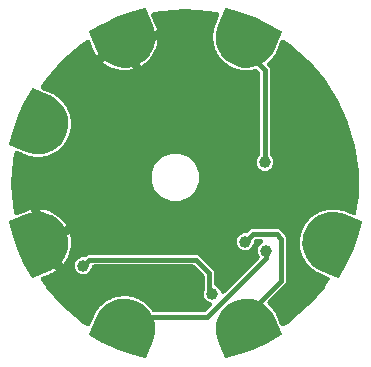
<source format=gbr>
G04 EAGLE Gerber RS-274X export*
G75*
%MOMM*%
%FSLAX34Y34*%
%LPD*%
%INBottom Copper*%
%IPPOS*%
%AMOC8*
5,1,8,0,0,1.08239X$1,22.5*%
G01*
%ADD10C,2.540000*%
%ADD11C,1.008000*%
%ADD12C,0.406400*%

G36*
X82414Y-121346D02*
X82414Y-121346D01*
X82417Y-121346D01*
X82611Y-121324D01*
X82812Y-121302D01*
X82814Y-121301D01*
X82817Y-121301D01*
X83005Y-121241D01*
X83196Y-121180D01*
X83198Y-121179D01*
X83200Y-121178D01*
X83219Y-121168D01*
X83488Y-121024D01*
X88166Y-118018D01*
X88228Y-117969D01*
X88398Y-117844D01*
X104064Y-104269D01*
X104118Y-104212D01*
X104269Y-104064D01*
X117844Y-88398D01*
X117890Y-88334D01*
X118018Y-88166D01*
X121936Y-82070D01*
X122025Y-81895D01*
X122117Y-81716D01*
X122117Y-81714D01*
X122119Y-81711D01*
X122172Y-81520D01*
X122226Y-81329D01*
X122227Y-81326D01*
X122227Y-81324D01*
X122243Y-81118D01*
X122258Y-80927D01*
X122257Y-80925D01*
X122257Y-80922D01*
X122233Y-80725D01*
X122209Y-80528D01*
X122208Y-80525D01*
X122208Y-80523D01*
X122148Y-80343D01*
X122082Y-80145D01*
X122081Y-80143D01*
X122080Y-80141D01*
X121986Y-79976D01*
X121883Y-79796D01*
X121881Y-79794D01*
X121880Y-79792D01*
X121752Y-79646D01*
X121618Y-79492D01*
X121616Y-79491D01*
X121615Y-79489D01*
X121458Y-79369D01*
X121299Y-79247D01*
X121297Y-79245D01*
X121295Y-79244D01*
X121276Y-79235D01*
X121004Y-79095D01*
X115931Y-76994D01*
X115782Y-76949D01*
X115636Y-76897D01*
X115590Y-76891D01*
X115546Y-76877D01*
X115391Y-76863D01*
X115368Y-76860D01*
X114289Y-76319D01*
X114232Y-76298D01*
X114157Y-76259D01*
X113054Y-75802D01*
X112972Y-75735D01*
X112855Y-75632D01*
X112811Y-75605D01*
X112780Y-75580D01*
X112703Y-75540D01*
X112572Y-75460D01*
X112297Y-75322D01*
X112219Y-75292D01*
X112145Y-75254D01*
X112031Y-75221D01*
X111921Y-75178D01*
X111839Y-75165D01*
X111758Y-75141D01*
X111640Y-75131D01*
X111567Y-75119D01*
X110847Y-74619D01*
X110778Y-74581D01*
X110598Y-74471D01*
X109817Y-74080D01*
X109802Y-74054D01*
X109726Y-73964D01*
X109657Y-73867D01*
X109596Y-73810D01*
X109542Y-73747D01*
X109427Y-73651D01*
X109363Y-73592D01*
X109328Y-73570D01*
X109286Y-73536D01*
X108879Y-73253D01*
X108806Y-73212D01*
X108738Y-73164D01*
X108630Y-73115D01*
X108527Y-73057D01*
X108448Y-73032D01*
X108372Y-72997D01*
X108256Y-72971D01*
X108185Y-72948D01*
X107544Y-72351D01*
X107481Y-72304D01*
X107318Y-72169D01*
X106600Y-71671D01*
X106590Y-71643D01*
X106527Y-71543D01*
X106473Y-71437D01*
X106421Y-71372D01*
X106377Y-71302D01*
X106275Y-71190D01*
X106221Y-71123D01*
X106189Y-71096D01*
X106153Y-71056D01*
X105790Y-70718D01*
X105724Y-70668D01*
X105663Y-70610D01*
X105564Y-70546D01*
X105470Y-70475D01*
X105395Y-70438D01*
X105324Y-70393D01*
X105214Y-70350D01*
X105146Y-70318D01*
X104597Y-69636D01*
X104542Y-69580D01*
X104399Y-69424D01*
X103760Y-68828D01*
X103754Y-68799D01*
X103706Y-68691D01*
X103667Y-68579D01*
X103625Y-68507D01*
X103591Y-68431D01*
X103507Y-68306D01*
X103463Y-68232D01*
X103435Y-68201D01*
X103405Y-68156D01*
X103093Y-67770D01*
X103035Y-67711D01*
X102984Y-67645D01*
X102894Y-67567D01*
X102811Y-67483D01*
X102742Y-67436D01*
X102679Y-67382D01*
X102575Y-67324D01*
X102513Y-67282D01*
X102066Y-66528D01*
X102020Y-66465D01*
X101901Y-66290D01*
X101353Y-65610D01*
X101351Y-65581D01*
X101319Y-65466D01*
X101296Y-65350D01*
X101265Y-65273D01*
X101242Y-65193D01*
X101176Y-65058D01*
X101144Y-64978D01*
X101120Y-64943D01*
X101097Y-64895D01*
X100844Y-64468D01*
X100794Y-64401D01*
X100753Y-64328D01*
X100675Y-64239D01*
X100605Y-64144D01*
X100543Y-64088D01*
X100488Y-64025D01*
X100395Y-63952D01*
X100339Y-63902D01*
X100004Y-63093D01*
X99967Y-63024D01*
X99874Y-62834D01*
X99428Y-62082D01*
X99430Y-62053D01*
X99415Y-61935D01*
X99409Y-61817D01*
X99389Y-61736D01*
X99378Y-61654D01*
X99332Y-61510D01*
X99311Y-61426D01*
X99293Y-61389D01*
X99277Y-61338D01*
X99087Y-60879D01*
X99048Y-60806D01*
X99017Y-60728D01*
X98953Y-60629D01*
X98897Y-60524D01*
X98844Y-60460D01*
X98798Y-60390D01*
X98716Y-60305D01*
X98668Y-60247D01*
X98451Y-59399D01*
X98424Y-59325D01*
X98360Y-59124D01*
X98026Y-58317D01*
X98032Y-58287D01*
X98033Y-58169D01*
X98045Y-58051D01*
X98036Y-57968D01*
X98037Y-57885D01*
X98012Y-57736D01*
X98003Y-57651D01*
X97991Y-57611D01*
X97981Y-57558D01*
X97859Y-57077D01*
X97830Y-56998D01*
X97811Y-56917D01*
X97762Y-56810D01*
X97721Y-56699D01*
X97678Y-56628D01*
X97643Y-56552D01*
X97573Y-56456D01*
X97534Y-56392D01*
X97440Y-55521D01*
X97424Y-55444D01*
X97389Y-55236D01*
X97173Y-54390D01*
X97183Y-54361D01*
X97202Y-54244D01*
X97229Y-54129D01*
X97233Y-54046D01*
X97246Y-53964D01*
X97242Y-53813D01*
X97245Y-53727D01*
X97239Y-53686D01*
X97237Y-53632D01*
X97184Y-53139D01*
X97167Y-53057D01*
X97160Y-52974D01*
X97126Y-52860D01*
X97102Y-52745D01*
X97069Y-52668D01*
X97045Y-52588D01*
X96990Y-52483D01*
X96960Y-52415D01*
X96991Y-51539D01*
X96986Y-51461D01*
X96981Y-51250D01*
X96888Y-50381D01*
X96902Y-50355D01*
X96937Y-50242D01*
X96981Y-50132D01*
X96996Y-50050D01*
X97020Y-49970D01*
X97038Y-49820D01*
X97054Y-49736D01*
X97053Y-49694D01*
X97059Y-49641D01*
X97077Y-49145D01*
X97072Y-49061D01*
X97076Y-48978D01*
X97059Y-48861D01*
X97051Y-48743D01*
X97030Y-48662D01*
X97018Y-48580D01*
X96978Y-48468D01*
X96958Y-48396D01*
X97114Y-47534D01*
X97120Y-47456D01*
X97145Y-47246D01*
X97176Y-46373D01*
X97194Y-46349D01*
X97244Y-46242D01*
X97303Y-46139D01*
X97330Y-46060D01*
X97366Y-45985D01*
X97404Y-45839D01*
X97432Y-45758D01*
X97437Y-45716D01*
X97451Y-45664D01*
X97539Y-45176D01*
X97546Y-45093D01*
X97562Y-45011D01*
X97562Y-44892D01*
X97571Y-44774D01*
X97561Y-44692D01*
X97561Y-44608D01*
X97537Y-44492D01*
X97528Y-44418D01*
X97805Y-43587D01*
X97822Y-43510D01*
X97877Y-43306D01*
X98023Y-42494D01*
X98023Y-42493D01*
X98032Y-42446D01*
X98053Y-42425D01*
X98118Y-42326D01*
X98191Y-42233D01*
X98229Y-42159D01*
X98275Y-42089D01*
X98334Y-41951D01*
X98373Y-41874D01*
X98384Y-41834D01*
X98405Y-41784D01*
X98562Y-41313D01*
X98580Y-41232D01*
X98608Y-41153D01*
X98624Y-41036D01*
X98650Y-40921D01*
X98652Y-40837D01*
X98664Y-40755D01*
X98657Y-40636D01*
X98659Y-40561D01*
X99051Y-39778D01*
X99079Y-39705D01*
X99162Y-39511D01*
X99438Y-38682D01*
X99461Y-38664D01*
X99540Y-38575D01*
X99626Y-38493D01*
X99673Y-38425D01*
X99729Y-38363D01*
X99807Y-38234D01*
X99857Y-38164D01*
X99873Y-38126D01*
X99901Y-38079D01*
X100123Y-37636D01*
X100153Y-37558D01*
X100192Y-37484D01*
X100225Y-37370D01*
X100267Y-37260D01*
X100281Y-37177D01*
X100304Y-37097D01*
X100314Y-36979D01*
X100326Y-36905D01*
X100826Y-36186D01*
X100864Y-36117D01*
X100974Y-35936D01*
X101365Y-35155D01*
X101391Y-35141D01*
X101481Y-35065D01*
X101578Y-34996D01*
X101635Y-34935D01*
X101699Y-34881D01*
X101794Y-34765D01*
X101853Y-34702D01*
X101875Y-34667D01*
X101909Y-34625D01*
X102192Y-34218D01*
X102233Y-34145D01*
X102282Y-34077D01*
X102331Y-33969D01*
X102388Y-33866D01*
X102414Y-33786D01*
X102448Y-33710D01*
X102475Y-33595D01*
X102497Y-33523D01*
X103094Y-32883D01*
X103142Y-32820D01*
X103276Y-32657D01*
X103774Y-31939D01*
X103802Y-31929D01*
X103903Y-31866D01*
X104008Y-31812D01*
X104073Y-31760D01*
X104144Y-31715D01*
X104255Y-31614D01*
X104322Y-31560D01*
X104349Y-31528D01*
X104389Y-31492D01*
X104727Y-31129D01*
X104778Y-31062D01*
X104835Y-31002D01*
X104899Y-30903D01*
X104971Y-30808D01*
X105007Y-30733D01*
X105052Y-30663D01*
X105095Y-30553D01*
X105128Y-30485D01*
X105810Y-29936D01*
X105865Y-29881D01*
X106022Y-29738D01*
X106617Y-29099D01*
X106646Y-29092D01*
X106754Y-29045D01*
X106866Y-29006D01*
X106938Y-28963D01*
X107015Y-28930D01*
X107139Y-28845D01*
X107213Y-28801D01*
X107244Y-28774D01*
X107289Y-28743D01*
X107675Y-28432D01*
X107735Y-28374D01*
X107801Y-28322D01*
X107878Y-28233D01*
X107962Y-28150D01*
X108009Y-28081D01*
X108063Y-28017D01*
X108122Y-27914D01*
X108164Y-27852D01*
X108917Y-27405D01*
X108980Y-27358D01*
X109155Y-27240D01*
X109835Y-26692D01*
X109865Y-26689D01*
X109979Y-26658D01*
X110095Y-26635D01*
X110172Y-26603D01*
X110253Y-26581D01*
X110388Y-26515D01*
X110468Y-26482D01*
X110502Y-26459D01*
X110551Y-26436D01*
X110977Y-26182D01*
X111045Y-26133D01*
X111117Y-26092D01*
X111206Y-26014D01*
X111302Y-25944D01*
X111358Y-25882D01*
X111421Y-25827D01*
X111493Y-25733D01*
X111543Y-25678D01*
X112352Y-25343D01*
X112421Y-25306D01*
X112611Y-25213D01*
X113363Y-24767D01*
X113393Y-24769D01*
X113510Y-24754D01*
X113628Y-24748D01*
X113709Y-24728D01*
X113792Y-24717D01*
X113935Y-24671D01*
X114019Y-24650D01*
X114056Y-24632D01*
X114108Y-24616D01*
X114566Y-24426D01*
X114640Y-24386D01*
X114717Y-24356D01*
X114817Y-24291D01*
X114921Y-24235D01*
X114985Y-24182D01*
X115055Y-24137D01*
X115140Y-24054D01*
X115198Y-24007D01*
X116047Y-23790D01*
X116121Y-23763D01*
X116322Y-23699D01*
X117129Y-23364D01*
X117158Y-23371D01*
X117276Y-23372D01*
X117394Y-23383D01*
X117477Y-23375D01*
X117560Y-23376D01*
X117709Y-23351D01*
X117795Y-23342D01*
X117834Y-23329D01*
X117888Y-23320D01*
X118368Y-23198D01*
X118447Y-23169D01*
X118528Y-23150D01*
X118635Y-23100D01*
X118747Y-23060D01*
X118818Y-23016D01*
X118894Y-22981D01*
X118989Y-22912D01*
X119053Y-22873D01*
X119924Y-22779D01*
X120001Y-22763D01*
X120209Y-22728D01*
X121056Y-22512D01*
X121084Y-22522D01*
X121201Y-22540D01*
X121316Y-22568D01*
X121399Y-22571D01*
X121482Y-22584D01*
X121632Y-22581D01*
X121718Y-22584D01*
X121759Y-22577D01*
X121813Y-22576D01*
X122307Y-22523D01*
X122388Y-22506D01*
X122471Y-22498D01*
X122585Y-22465D01*
X122701Y-22440D01*
X122777Y-22408D01*
X122857Y-22384D01*
X122962Y-22328D01*
X123031Y-22299D01*
X123906Y-22330D01*
X123984Y-22325D01*
X124196Y-22320D01*
X125064Y-22226D01*
X125090Y-22241D01*
X125204Y-22276D01*
X125314Y-22320D01*
X125396Y-22335D01*
X125475Y-22359D01*
X125625Y-22377D01*
X125710Y-22392D01*
X125751Y-22392D01*
X125805Y-22398D01*
X126301Y-22416D01*
X126384Y-22410D01*
X126467Y-22415D01*
X126584Y-22398D01*
X126702Y-22390D01*
X126783Y-22369D01*
X126866Y-22356D01*
X126977Y-22316D01*
X127049Y-22297D01*
X127911Y-22453D01*
X127990Y-22459D01*
X128200Y-22484D01*
X129073Y-22515D01*
X129096Y-22533D01*
X129204Y-22583D01*
X129306Y-22642D01*
X129385Y-22669D01*
X129461Y-22705D01*
X129606Y-22743D01*
X129688Y-22771D01*
X129729Y-22776D01*
X129781Y-22790D01*
X130269Y-22878D01*
X130352Y-22885D01*
X130434Y-22901D01*
X130553Y-22900D01*
X130671Y-22910D01*
X130754Y-22900D01*
X130837Y-22900D01*
X130953Y-22876D01*
X131027Y-22867D01*
X131858Y-23144D01*
X131935Y-23161D01*
X132139Y-23215D01*
X132999Y-23370D01*
X133020Y-23392D01*
X133119Y-23457D01*
X133212Y-23530D01*
X133220Y-23534D01*
X133222Y-23536D01*
X133287Y-23568D01*
X133356Y-23614D01*
X133495Y-23673D01*
X133571Y-23711D01*
X133581Y-23714D01*
X133582Y-23715D01*
X133612Y-23723D01*
X133661Y-23744D01*
X133953Y-23841D01*
X134105Y-23875D01*
X134255Y-23916D01*
X134301Y-23919D01*
X134346Y-23929D01*
X134502Y-23933D01*
X134524Y-23935D01*
X135639Y-24397D01*
X135698Y-24414D01*
X135775Y-24447D01*
X136908Y-24824D01*
X136995Y-24885D01*
X137118Y-24980D01*
X137164Y-25004D01*
X137197Y-25027D01*
X137277Y-25061D01*
X137414Y-25132D01*
X142013Y-27037D01*
X142080Y-27057D01*
X142144Y-27086D01*
X142272Y-27115D01*
X142399Y-27153D01*
X142469Y-27160D01*
X142537Y-27175D01*
X142668Y-27179D01*
X142799Y-27191D01*
X142869Y-27184D01*
X142939Y-27186D01*
X143069Y-27163D01*
X143200Y-27150D01*
X143267Y-27129D01*
X143336Y-27117D01*
X143459Y-27069D01*
X143584Y-27030D01*
X143646Y-26996D01*
X143711Y-26971D01*
X143822Y-26900D01*
X143937Y-26837D01*
X143991Y-26792D01*
X144050Y-26754D01*
X144145Y-26662D01*
X144246Y-26578D01*
X144289Y-26523D01*
X144340Y-26474D01*
X144415Y-26366D01*
X144497Y-26263D01*
X144529Y-26200D01*
X144568Y-26143D01*
X144620Y-26022D01*
X144681Y-25905D01*
X144700Y-25837D01*
X144727Y-25773D01*
X144767Y-25601D01*
X144790Y-25517D01*
X144793Y-25487D01*
X144801Y-25449D01*
X146928Y-10654D01*
X146932Y-10571D01*
X146948Y-10437D01*
X147318Y-73D01*
X147316Y-41D01*
X147319Y0D01*
X147316Y32D01*
X147318Y73D01*
X146948Y10437D01*
X146937Y10520D01*
X146928Y10654D01*
X143978Y31172D01*
X143959Y31248D01*
X143917Y31455D01*
X138077Y51345D01*
X138047Y51418D01*
X137975Y51617D01*
X129364Y70473D01*
X129324Y70541D01*
X129225Y70727D01*
X118018Y88166D01*
X117969Y88228D01*
X117844Y88398D01*
X104269Y104064D01*
X104212Y104118D01*
X104064Y104269D01*
X88398Y117844D01*
X88333Y117890D01*
X88166Y118018D01*
X83488Y121024D01*
X83314Y121113D01*
X83135Y121205D01*
X83132Y121206D01*
X83130Y121207D01*
X82939Y121261D01*
X82747Y121315D01*
X82745Y121315D01*
X82742Y121316D01*
X82537Y121331D01*
X82346Y121346D01*
X82343Y121346D01*
X82341Y121346D01*
X82137Y121321D01*
X81946Y121297D01*
X81944Y121296D01*
X81941Y121296D01*
X81754Y121234D01*
X81564Y121171D01*
X81562Y121169D01*
X81559Y121169D01*
X81391Y121072D01*
X81214Y120971D01*
X81212Y120970D01*
X81210Y120968D01*
X81061Y120838D01*
X80911Y120707D01*
X80909Y120705D01*
X80907Y120703D01*
X80783Y120541D01*
X80665Y120388D01*
X80664Y120385D01*
X80662Y120383D01*
X80653Y120364D01*
X80514Y120093D01*
X78264Y114661D01*
X78219Y114512D01*
X78167Y114366D01*
X78161Y114320D01*
X78147Y114276D01*
X78133Y114121D01*
X78130Y114098D01*
X77589Y113019D01*
X77568Y112962D01*
X77529Y112887D01*
X77072Y111784D01*
X77005Y111702D01*
X76902Y111585D01*
X76875Y111541D01*
X76850Y111510D01*
X76810Y111433D01*
X76730Y111302D01*
X76592Y111027D01*
X76562Y110949D01*
X76524Y110875D01*
X76491Y110761D01*
X76448Y110651D01*
X76435Y110569D01*
X76411Y110488D01*
X76401Y110370D01*
X76389Y110297D01*
X75889Y109577D01*
X75851Y109508D01*
X75741Y109328D01*
X75350Y108547D01*
X75324Y108532D01*
X75234Y108456D01*
X75137Y108387D01*
X75080Y108326D01*
X75017Y108272D01*
X74921Y108157D01*
X74862Y108093D01*
X74840Y108058D01*
X74806Y108016D01*
X74523Y107609D01*
X74482Y107536D01*
X74434Y107468D01*
X74385Y107360D01*
X74327Y107257D01*
X74302Y107178D01*
X74267Y107102D01*
X74241Y106986D01*
X74218Y106915D01*
X73621Y106274D01*
X73574Y106211D01*
X73439Y106048D01*
X72941Y105330D01*
X72913Y105320D01*
X72813Y105257D01*
X72707Y105203D01*
X72642Y105151D01*
X72572Y105107D01*
X72460Y105005D01*
X72393Y104951D01*
X72366Y104919D01*
X72326Y104883D01*
X71988Y104520D01*
X71938Y104454D01*
X71880Y104393D01*
X71816Y104294D01*
X71745Y104200D01*
X71708Y104125D01*
X71663Y104054D01*
X71620Y103944D01*
X71588Y103876D01*
X70906Y103327D01*
X70850Y103272D01*
X70694Y103129D01*
X69629Y101985D01*
X69517Y101840D01*
X69404Y101696D01*
X69396Y101680D01*
X69385Y101665D01*
X69304Y101499D01*
X69222Y101337D01*
X69217Y101320D01*
X69209Y101303D01*
X69163Y101125D01*
X69114Y100950D01*
X69113Y100931D01*
X69108Y100913D01*
X69098Y100731D01*
X69085Y100548D01*
X69087Y100530D01*
X69086Y100511D01*
X69112Y100331D01*
X69135Y100149D01*
X69141Y100131D01*
X69144Y100113D01*
X69205Y99941D01*
X69263Y99767D01*
X69273Y99751D01*
X69279Y99733D01*
X69373Y99576D01*
X69464Y99418D01*
X69477Y99402D01*
X69486Y99388D01*
X69537Y99332D01*
X69679Y99165D01*
X70756Y98088D01*
X71375Y96594D01*
X71375Y24559D01*
X71377Y24532D01*
X71375Y24506D01*
X71397Y24332D01*
X71415Y24158D01*
X71422Y24133D01*
X71426Y24106D01*
X71481Y23941D01*
X71533Y23773D01*
X71546Y23750D01*
X71554Y23725D01*
X71641Y23573D01*
X71725Y23419D01*
X71742Y23399D01*
X71755Y23376D01*
X71970Y23123D01*
X73306Y21786D01*
X74383Y19187D01*
X74383Y16373D01*
X73306Y13774D01*
X71316Y11784D01*
X68717Y10707D01*
X65903Y10707D01*
X63304Y11784D01*
X61314Y13774D01*
X60237Y16373D01*
X60237Y19187D01*
X61314Y21786D01*
X62650Y23123D01*
X62667Y23143D01*
X62688Y23161D01*
X62795Y23299D01*
X62905Y23434D01*
X62918Y23458D01*
X62934Y23479D01*
X63012Y23636D01*
X63094Y23790D01*
X63102Y23815D01*
X63114Y23839D01*
X63159Y24009D01*
X63209Y24176D01*
X63211Y24202D01*
X63218Y24228D01*
X63245Y24559D01*
X63245Y93260D01*
X63243Y93287D01*
X63245Y93314D01*
X63223Y93488D01*
X63205Y93661D01*
X63198Y93687D01*
X63194Y93713D01*
X63138Y93879D01*
X63087Y94046D01*
X63075Y94070D01*
X63066Y94095D01*
X62979Y94247D01*
X62895Y94400D01*
X62878Y94421D01*
X62865Y94444D01*
X62650Y94697D01*
X61257Y96090D01*
X61240Y96104D01*
X61225Y96121D01*
X61083Y96232D01*
X60945Y96345D01*
X60926Y96356D01*
X60908Y96369D01*
X60748Y96450D01*
X60590Y96534D01*
X60568Y96540D01*
X60548Y96550D01*
X60376Y96598D01*
X60204Y96649D01*
X60182Y96651D01*
X60160Y96657D01*
X59982Y96669D01*
X59968Y96670D01*
X59951Y96677D01*
X59835Y96702D01*
X59722Y96736D01*
X59639Y96744D01*
X59557Y96762D01*
X59439Y96763D01*
X59321Y96775D01*
X59238Y96766D01*
X59155Y96767D01*
X59006Y96742D01*
X58921Y96733D01*
X58881Y96721D01*
X58828Y96711D01*
X58347Y96589D01*
X58269Y96560D01*
X58188Y96541D01*
X58080Y96492D01*
X57969Y96451D01*
X57897Y96408D01*
X57822Y96373D01*
X57726Y96303D01*
X57662Y96264D01*
X56791Y96170D01*
X56714Y96154D01*
X56506Y96119D01*
X55660Y95903D01*
X55632Y95913D01*
X55515Y95932D01*
X55400Y95959D01*
X55316Y95963D01*
X55234Y95976D01*
X55083Y95972D01*
X54997Y95975D01*
X54956Y95969D01*
X54902Y95967D01*
X54409Y95914D01*
X54327Y95897D01*
X54244Y95890D01*
X54131Y95856D01*
X54015Y95832D01*
X53938Y95799D01*
X53858Y95775D01*
X53753Y95720D01*
X53685Y95690D01*
X52809Y95721D01*
X52731Y95716D01*
X52520Y95711D01*
X51651Y95618D01*
X51625Y95632D01*
X51512Y95667D01*
X51402Y95711D01*
X51320Y95726D01*
X51240Y95750D01*
X51090Y95768D01*
X51006Y95784D01*
X50964Y95783D01*
X50911Y95789D01*
X50415Y95807D01*
X50331Y95802D01*
X50248Y95806D01*
X50131Y95789D01*
X50013Y95781D01*
X49932Y95760D01*
X49850Y95748D01*
X49738Y95708D01*
X49666Y95688D01*
X48804Y95844D01*
X48726Y95850D01*
X48516Y95875D01*
X47643Y95906D01*
X47619Y95924D01*
X47512Y95974D01*
X47409Y96033D01*
X47330Y96060D01*
X47255Y96096D01*
X47109Y96134D01*
X47028Y96162D01*
X46986Y96167D01*
X46934Y96181D01*
X46446Y96269D01*
X46363Y96276D01*
X46281Y96292D01*
X46162Y96292D01*
X46044Y96301D01*
X45962Y96291D01*
X45878Y96291D01*
X45762Y96267D01*
X45688Y96258D01*
X44857Y96535D01*
X44780Y96552D01*
X44576Y96607D01*
X43716Y96762D01*
X43695Y96783D01*
X43596Y96848D01*
X43503Y96921D01*
X43429Y96959D01*
X43359Y97005D01*
X43221Y97064D01*
X43144Y97103D01*
X43104Y97114D01*
X43054Y97135D01*
X42566Y97297D01*
X42491Y97314D01*
X42420Y97340D01*
X42295Y97358D01*
X42173Y97386D01*
X42097Y97388D01*
X42022Y97399D01*
X41896Y97393D01*
X41800Y97395D01*
X41045Y97779D01*
X40983Y97804D01*
X40765Y97897D01*
X39959Y98165D01*
X39935Y98197D01*
X39842Y98281D01*
X39755Y98372D01*
X39693Y98416D01*
X39636Y98467D01*
X39497Y98553D01*
X39425Y98603D01*
X39393Y98617D01*
X39354Y98641D01*
X38540Y99056D01*
X38476Y99081D01*
X38415Y99114D01*
X38288Y99154D01*
X38165Y99202D01*
X38097Y99214D01*
X38031Y99235D01*
X37899Y99249D01*
X37784Y99269D01*
X37122Y99751D01*
X37085Y99772D01*
X36850Y99917D01*
X36115Y100291D01*
X36092Y100336D01*
X36008Y100439D01*
X35932Y100548D01*
X35882Y100595D01*
X35839Y100649D01*
X35703Y100766D01*
X35640Y100825D01*
X35616Y100841D01*
X35587Y100865D01*
X34833Y101413D01*
X34774Y101448D01*
X34719Y101490D01*
X34600Y101549D01*
X34486Y101616D01*
X34420Y101639D01*
X34359Y101670D01*
X34230Y101704D01*
X34120Y101742D01*
X33541Y102321D01*
X33508Y102348D01*
X33299Y102528D01*
X32632Y103013D01*
X32616Y103060D01*
X32549Y103175D01*
X32491Y103295D01*
X32449Y103349D01*
X32415Y103409D01*
X32299Y103546D01*
X32246Y103614D01*
X32224Y103634D01*
X32200Y103662D01*
X31541Y104321D01*
X31488Y104365D01*
X31440Y104415D01*
X31332Y104492D01*
X31229Y104576D01*
X31169Y104609D01*
X31112Y104649D01*
X30991Y104703D01*
X30888Y104757D01*
X30407Y105420D01*
X30378Y105452D01*
X30200Y105662D01*
X29617Y106246D01*
X29608Y106295D01*
X29561Y106419D01*
X29522Y106546D01*
X29489Y106607D01*
X29465Y106671D01*
X29371Y106824D01*
X29330Y106900D01*
X29311Y106923D01*
X29292Y106954D01*
X28744Y107709D01*
X28698Y107760D01*
X28660Y107817D01*
X28565Y107910D01*
X28476Y108009D01*
X28421Y108051D01*
X28372Y108099D01*
X28261Y108171D01*
X28168Y108241D01*
X27796Y108971D01*
X27773Y109007D01*
X27629Y109243D01*
X27145Y109910D01*
X27144Y109960D01*
X27117Y110090D01*
X27098Y110222D01*
X27075Y110287D01*
X27061Y110354D01*
X26993Y110520D01*
X26964Y110601D01*
X26949Y110627D01*
X26935Y110661D01*
X26512Y111492D01*
X26474Y111550D01*
X26445Y111612D01*
X26366Y111719D01*
X26294Y111830D01*
X26246Y111880D01*
X26205Y111935D01*
X26107Y112024D01*
X26026Y112108D01*
X25773Y112887D01*
X25755Y112927D01*
X25726Y112999D01*
X25704Y113066D01*
X25683Y113102D01*
X25651Y113182D01*
X25276Y113916D01*
X25284Y113966D01*
X25277Y114098D01*
X25279Y114231D01*
X25266Y114299D01*
X25263Y114368D01*
X25222Y114542D01*
X25206Y114627D01*
X25195Y114655D01*
X25187Y114691D01*
X24899Y115577D01*
X24871Y115641D01*
X24852Y115707D01*
X24790Y115824D01*
X24737Y115946D01*
X24697Y116002D01*
X24665Y116064D01*
X24582Y116167D01*
X24515Y116262D01*
X24387Y117071D01*
X24376Y117113D01*
X24312Y117381D01*
X24058Y118165D01*
X24073Y118213D01*
X24087Y118345D01*
X24110Y118476D01*
X24108Y118545D01*
X24115Y118614D01*
X24102Y118792D01*
X24099Y118879D01*
X24093Y118907D01*
X24090Y118944D01*
X23944Y119865D01*
X23927Y119932D01*
X23918Y120000D01*
X23876Y120126D01*
X23842Y120255D01*
X23812Y120316D01*
X23790Y120382D01*
X23724Y120497D01*
X23673Y120601D01*
X23673Y121421D01*
X23668Y121463D01*
X23648Y121738D01*
X23519Y122553D01*
X23541Y122598D01*
X23575Y122726D01*
X23619Y122852D01*
X23628Y122920D01*
X23646Y122986D01*
X23660Y123165D01*
X23672Y123251D01*
X23670Y123280D01*
X23673Y123317D01*
X23673Y124249D01*
X23666Y124318D01*
X23668Y124387D01*
X23646Y124518D01*
X23633Y124650D01*
X23612Y124716D01*
X23601Y124784D01*
X23554Y124908D01*
X23519Y125019D01*
X23648Y125828D01*
X23650Y125871D01*
X23673Y126146D01*
X23673Y126971D01*
X23702Y127011D01*
X23756Y127133D01*
X23818Y127250D01*
X23838Y127316D01*
X23866Y127379D01*
X23908Y127553D01*
X23933Y127636D01*
X23935Y127665D01*
X23944Y127701D01*
X24090Y128622D01*
X24094Y128691D01*
X24107Y128759D01*
X24106Y128892D01*
X24113Y129024D01*
X24104Y129092D01*
X24103Y129161D01*
X24076Y129291D01*
X24059Y129406D01*
X24312Y130185D01*
X24322Y130227D01*
X24387Y130495D01*
X24516Y131310D01*
X24551Y131346D01*
X24623Y131457D01*
X24703Y131563D01*
X24733Y131625D01*
X24770Y131683D01*
X24840Y131848D01*
X24877Y131926D01*
X24884Y131955D01*
X24898Y131989D01*
X25123Y132679D01*
X25154Y132825D01*
X25194Y132967D01*
X25197Y133020D01*
X25209Y133072D01*
X25211Y133221D01*
X25215Y133279D01*
X25660Y134354D01*
X25679Y134417D01*
X25715Y134503D01*
X26069Y135593D01*
X26152Y135713D01*
X26243Y135831D01*
X26270Y135885D01*
X26296Y135922D01*
X26330Y136000D01*
X26394Y136126D01*
X28732Y141770D01*
X28752Y141837D01*
X28781Y141901D01*
X28810Y142029D01*
X28848Y142155D01*
X28855Y142225D01*
X28871Y142293D01*
X28874Y142425D01*
X28886Y142556D01*
X28879Y142625D01*
X28881Y142695D01*
X28858Y142825D01*
X28845Y142956D01*
X28824Y143023D01*
X28812Y143092D01*
X28764Y143215D01*
X28725Y143341D01*
X28691Y143402D01*
X28666Y143467D01*
X28595Y143578D01*
X28532Y143694D01*
X28487Y143747D01*
X28449Y143806D01*
X28357Y143901D01*
X28273Y144002D01*
X28218Y144046D01*
X28169Y144096D01*
X28061Y144171D01*
X27958Y144253D01*
X27895Y144285D01*
X27838Y144325D01*
X27717Y144377D01*
X27600Y144437D01*
X27532Y144456D01*
X27468Y144484D01*
X27296Y144523D01*
X27212Y144546D01*
X27182Y144549D01*
X27144Y144557D01*
X10654Y146928D01*
X10571Y146932D01*
X10437Y146948D01*
X73Y147318D01*
X41Y147316D01*
X0Y147319D01*
X-32Y147316D01*
X-73Y147318D01*
X-10437Y146948D01*
X-10520Y146937D01*
X-10654Y146928D01*
X-27144Y144557D01*
X-27212Y144541D01*
X-27282Y144533D01*
X-27407Y144492D01*
X-27535Y144461D01*
X-27598Y144431D01*
X-27665Y144410D01*
X-27780Y144345D01*
X-27899Y144289D01*
X-27956Y144247D01*
X-28017Y144213D01*
X-28117Y144128D01*
X-28223Y144049D01*
X-28269Y143997D01*
X-28323Y143951D01*
X-28404Y143848D01*
X-28492Y143750D01*
X-28528Y143690D01*
X-28571Y143634D01*
X-28630Y143517D01*
X-28697Y143403D01*
X-28720Y143337D01*
X-28752Y143275D01*
X-28787Y143147D01*
X-28830Y143023D01*
X-28839Y142954D01*
X-28858Y142886D01*
X-28867Y142755D01*
X-28885Y142625D01*
X-28881Y142555D01*
X-28886Y142485D01*
X-28868Y142354D01*
X-28860Y142223D01*
X-28843Y142155D01*
X-28833Y142085D01*
X-28779Y141917D01*
X-28757Y141834D01*
X-28744Y141806D01*
X-28732Y141770D01*
X-25494Y133953D01*
X-25128Y133068D01*
X-24255Y130039D01*
X-24181Y129602D01*
X-26174Y128776D01*
X-26427Y130177D01*
X-26440Y130213D01*
X-26449Y130265D01*
X-27594Y133704D01*
X-27603Y133721D01*
X-27610Y133746D01*
X-33442Y147826D01*
X-33455Y147847D01*
X-33462Y147870D01*
X-33515Y147940D01*
X-33563Y148015D01*
X-33582Y148030D01*
X-33597Y148049D01*
X-33671Y148097D01*
X-33742Y148150D01*
X-33766Y148157D01*
X-33786Y148170D01*
X-33872Y148188D01*
X-33957Y148214D01*
X-33982Y148212D01*
X-34006Y148217D01*
X-34148Y148201D01*
X-34181Y148199D01*
X-34186Y148197D01*
X-34192Y148196D01*
X-46518Y144893D01*
X-46540Y144883D01*
X-46570Y144877D01*
X-58561Y140512D01*
X-58583Y140500D01*
X-58613Y140491D01*
X-70178Y135098D01*
X-70198Y135084D01*
X-70227Y135073D01*
X-81278Y128692D01*
X-81297Y128677D01*
X-81319Y128667D01*
X-81382Y128605D01*
X-81449Y128548D01*
X-81461Y128526D01*
X-81479Y128509D01*
X-81516Y128429D01*
X-81559Y128352D01*
X-81563Y128328D01*
X-81574Y128306D01*
X-81581Y128218D01*
X-81595Y128131D01*
X-81590Y128107D01*
X-81592Y128082D01*
X-81557Y127942D01*
X-81551Y127911D01*
X-81548Y127906D01*
X-81547Y127900D01*
X-75715Y113820D01*
X-75704Y113803D01*
X-75696Y113779D01*
X-74074Y110539D01*
X-74051Y110508D01*
X-74027Y110461D01*
X-73215Y109291D01*
X-75209Y108466D01*
X-75465Y108827D01*
X-76990Y111586D01*
X-77593Y113041D01*
X-77616Y113098D01*
X-77617Y113099D01*
X-77830Y113613D01*
X-77830Y113614D01*
X-80514Y120093D01*
X-80607Y120266D01*
X-80701Y120443D01*
X-80703Y120445D01*
X-80704Y120447D01*
X-80831Y120602D01*
X-80957Y120754D01*
X-80958Y120756D01*
X-80960Y120758D01*
X-81116Y120884D01*
X-81269Y121009D01*
X-81271Y121010D01*
X-81273Y121011D01*
X-81446Y121102D01*
X-81625Y121197D01*
X-81627Y121197D01*
X-81629Y121199D01*
X-81822Y121255D01*
X-82011Y121311D01*
X-82013Y121311D01*
X-82016Y121312D01*
X-82216Y121329D01*
X-82412Y121346D01*
X-82414Y121346D01*
X-82417Y121346D01*
X-82611Y121324D01*
X-82812Y121302D01*
X-82814Y121301D01*
X-82817Y121301D01*
X-83009Y121239D01*
X-83196Y121180D01*
X-83198Y121179D01*
X-83200Y121178D01*
X-83219Y121167D01*
X-83488Y121024D01*
X-88166Y118018D01*
X-88185Y118003D01*
X-88206Y117991D01*
X-88272Y117937D01*
X-88398Y117844D01*
X-104064Y104269D01*
X-104118Y104212D01*
X-104269Y104064D01*
X-117844Y88398D01*
X-117890Y88334D01*
X-118018Y88166D01*
X-121936Y82070D01*
X-122025Y81895D01*
X-122117Y81716D01*
X-122117Y81714D01*
X-122119Y81711D01*
X-122172Y81520D01*
X-122226Y81329D01*
X-122227Y81326D01*
X-122227Y81324D01*
X-122243Y81118D01*
X-122258Y80927D01*
X-122257Y80925D01*
X-122257Y80922D01*
X-122233Y80725D01*
X-122209Y80528D01*
X-122208Y80525D01*
X-122208Y80523D01*
X-122148Y80343D01*
X-122082Y80145D01*
X-122081Y80143D01*
X-122080Y80141D01*
X-121983Y79971D01*
X-121883Y79796D01*
X-121881Y79794D01*
X-121880Y79792D01*
X-121752Y79646D01*
X-121618Y79492D01*
X-121616Y79491D01*
X-121615Y79489D01*
X-121458Y79369D01*
X-121299Y79247D01*
X-121297Y79245D01*
X-121295Y79244D01*
X-121276Y79235D01*
X-121004Y79095D01*
X-115931Y76994D01*
X-115782Y76949D01*
X-115636Y76897D01*
X-115590Y76891D01*
X-115546Y76877D01*
X-115391Y76863D01*
X-115368Y76860D01*
X-114289Y76319D01*
X-114232Y76298D01*
X-114157Y76259D01*
X-113054Y75802D01*
X-112972Y75735D01*
X-112855Y75632D01*
X-112811Y75605D01*
X-112780Y75580D01*
X-112703Y75539D01*
X-112572Y75460D01*
X-112297Y75322D01*
X-112219Y75292D01*
X-112145Y75254D01*
X-112031Y75221D01*
X-111921Y75178D01*
X-111838Y75165D01*
X-111758Y75141D01*
X-111641Y75131D01*
X-111566Y75119D01*
X-110847Y74619D01*
X-110778Y74581D01*
X-110598Y74471D01*
X-109817Y74080D01*
X-109802Y74054D01*
X-109726Y73964D01*
X-109657Y73867D01*
X-109596Y73810D01*
X-109542Y73747D01*
X-109427Y73651D01*
X-109363Y73592D01*
X-109328Y73570D01*
X-109286Y73536D01*
X-108879Y73253D01*
X-108806Y73212D01*
X-108738Y73164D01*
X-108630Y73115D01*
X-108527Y73057D01*
X-108448Y73032D01*
X-108372Y72997D01*
X-108256Y72971D01*
X-108185Y72948D01*
X-107544Y72351D01*
X-107481Y72303D01*
X-107318Y72169D01*
X-106600Y71671D01*
X-106590Y71643D01*
X-106527Y71543D01*
X-106473Y71437D01*
X-106421Y71372D01*
X-106377Y71302D01*
X-106275Y71190D01*
X-106221Y71123D01*
X-106189Y71096D01*
X-106153Y71056D01*
X-105790Y70718D01*
X-105724Y70668D01*
X-105664Y70610D01*
X-105564Y70546D01*
X-105470Y70475D01*
X-105394Y70438D01*
X-105324Y70393D01*
X-105214Y70350D01*
X-105146Y70318D01*
X-104597Y69636D01*
X-104542Y69580D01*
X-104399Y69424D01*
X-103760Y68828D01*
X-103754Y68799D01*
X-103706Y68691D01*
X-103667Y68579D01*
X-103625Y68507D01*
X-103591Y68431D01*
X-103507Y68306D01*
X-103463Y68232D01*
X-103435Y68201D01*
X-103405Y68156D01*
X-103093Y67770D01*
X-103035Y67710D01*
X-102984Y67645D01*
X-102894Y67567D01*
X-102811Y67483D01*
X-102742Y67436D01*
X-102679Y67382D01*
X-102575Y67324D01*
X-102513Y67282D01*
X-102066Y66529D01*
X-102020Y66465D01*
X-102012Y66454D01*
X-101977Y66391D01*
X-101943Y66352D01*
X-101901Y66290D01*
X-101353Y65610D01*
X-101351Y65581D01*
X-101319Y65466D01*
X-101296Y65350D01*
X-101265Y65273D01*
X-101242Y65193D01*
X-101176Y65058D01*
X-101144Y64978D01*
X-101120Y64943D01*
X-101097Y64895D01*
X-100844Y64468D01*
X-100800Y64408D01*
X-100772Y64360D01*
X-100768Y64355D01*
X-100753Y64328D01*
X-100675Y64239D01*
X-100605Y64144D01*
X-100543Y64088D01*
X-100488Y64025D01*
X-100395Y63952D01*
X-100339Y63902D01*
X-100004Y63093D01*
X-99967Y63024D01*
X-99874Y62834D01*
X-99428Y62082D01*
X-99430Y62053D01*
X-99415Y61935D01*
X-99409Y61817D01*
X-99389Y61736D01*
X-99378Y61654D01*
X-99332Y61510D01*
X-99311Y61426D01*
X-99293Y61389D01*
X-99277Y61338D01*
X-99087Y60879D01*
X-99048Y60806D01*
X-99017Y60728D01*
X-98953Y60629D01*
X-98897Y60524D01*
X-98844Y60460D01*
X-98798Y60390D01*
X-98716Y60305D01*
X-98668Y60247D01*
X-98451Y59399D01*
X-98424Y59325D01*
X-98360Y59124D01*
X-98026Y58317D01*
X-98032Y58287D01*
X-98033Y58169D01*
X-98045Y58051D01*
X-98036Y57968D01*
X-98037Y57885D01*
X-98012Y57736D01*
X-98003Y57651D01*
X-97991Y57611D01*
X-97981Y57558D01*
X-97859Y57077D01*
X-97830Y56998D01*
X-97811Y56917D01*
X-97762Y56810D01*
X-97721Y56699D01*
X-97678Y56628D01*
X-97643Y56552D01*
X-97573Y56456D01*
X-97534Y56392D01*
X-97440Y55521D01*
X-97424Y55444D01*
X-97389Y55236D01*
X-97173Y54390D01*
X-97183Y54361D01*
X-97202Y54244D01*
X-97229Y54129D01*
X-97233Y54046D01*
X-97246Y53964D01*
X-97242Y53813D01*
X-97245Y53727D01*
X-97239Y53686D01*
X-97237Y53632D01*
X-97184Y53139D01*
X-97167Y53057D01*
X-97160Y52974D01*
X-97126Y52860D01*
X-97102Y52745D01*
X-97069Y52668D01*
X-97045Y52588D01*
X-96990Y52483D01*
X-96960Y52415D01*
X-96991Y51539D01*
X-96986Y51461D01*
X-96981Y51250D01*
X-96888Y50381D01*
X-96902Y50355D01*
X-96937Y50242D01*
X-96981Y50132D01*
X-96996Y50050D01*
X-97020Y49970D01*
X-97038Y49820D01*
X-97054Y49736D01*
X-97053Y49694D01*
X-97059Y49641D01*
X-97077Y49145D01*
X-97072Y49061D01*
X-97076Y48978D01*
X-97059Y48861D01*
X-97051Y48743D01*
X-97030Y48662D01*
X-97018Y48580D01*
X-96978Y48468D01*
X-96958Y48396D01*
X-97099Y47613D01*
X-97100Y47613D01*
X-97114Y47534D01*
X-97120Y47456D01*
X-97145Y47246D01*
X-97176Y46373D01*
X-97194Y46349D01*
X-97244Y46242D01*
X-97303Y46139D01*
X-97330Y46060D01*
X-97366Y45985D01*
X-97404Y45839D01*
X-97432Y45758D01*
X-97437Y45716D01*
X-97451Y45664D01*
X-97466Y45582D01*
X-97539Y45176D01*
X-97546Y45093D01*
X-97562Y45011D01*
X-97562Y44892D01*
X-97571Y44774D01*
X-97561Y44692D01*
X-97561Y44608D01*
X-97537Y44492D01*
X-97528Y44418D01*
X-97805Y43587D01*
X-97822Y43510D01*
X-97877Y43306D01*
X-98032Y42446D01*
X-98053Y42425D01*
X-98118Y42326D01*
X-98191Y42233D01*
X-98229Y42159D01*
X-98275Y42089D01*
X-98334Y41951D01*
X-98373Y41874D01*
X-98384Y41834D01*
X-98405Y41784D01*
X-98562Y41313D01*
X-98580Y41232D01*
X-98608Y41153D01*
X-98624Y41036D01*
X-98650Y40921D01*
X-98652Y40837D01*
X-98664Y40755D01*
X-98657Y40637D01*
X-98659Y40561D01*
X-99051Y39778D01*
X-99079Y39705D01*
X-99162Y39511D01*
X-99438Y38682D01*
X-99461Y38664D01*
X-99540Y38575D01*
X-99626Y38493D01*
X-99673Y38425D01*
X-99729Y38363D01*
X-99807Y38234D01*
X-99857Y38164D01*
X-99873Y38126D01*
X-99901Y38079D01*
X-100123Y37636D01*
X-100153Y37558D01*
X-100192Y37484D01*
X-100225Y37370D01*
X-100267Y37260D01*
X-100281Y37177D01*
X-100304Y37097D01*
X-100314Y36979D01*
X-100326Y36905D01*
X-100826Y36186D01*
X-100832Y36175D01*
X-100836Y36170D01*
X-100853Y36137D01*
X-100864Y36117D01*
X-100974Y35936D01*
X-101365Y35155D01*
X-101391Y35141D01*
X-101481Y35065D01*
X-101578Y34996D01*
X-101635Y34935D01*
X-101699Y34881D01*
X-101794Y34765D01*
X-101853Y34702D01*
X-101875Y34667D01*
X-101909Y34625D01*
X-102192Y34218D01*
X-102233Y34145D01*
X-102282Y34077D01*
X-102331Y33969D01*
X-102388Y33866D01*
X-102414Y33786D01*
X-102448Y33710D01*
X-102475Y33595D01*
X-102497Y33523D01*
X-103094Y32883D01*
X-103142Y32820D01*
X-103276Y32657D01*
X-103774Y31939D01*
X-103802Y31929D01*
X-103903Y31866D01*
X-104008Y31812D01*
X-104073Y31760D01*
X-104144Y31715D01*
X-104255Y31614D01*
X-104322Y31560D01*
X-104349Y31528D01*
X-104389Y31492D01*
X-104727Y31129D01*
X-104778Y31062D01*
X-104835Y31002D01*
X-104899Y30903D01*
X-104971Y30808D01*
X-105007Y30733D01*
X-105052Y30663D01*
X-105095Y30553D01*
X-105128Y30485D01*
X-105810Y29936D01*
X-105865Y29881D01*
X-106022Y29738D01*
X-106617Y29099D01*
X-106646Y29092D01*
X-106754Y29045D01*
X-106866Y29006D01*
X-106938Y28963D01*
X-107015Y28930D01*
X-107139Y28845D01*
X-107213Y28802D01*
X-107244Y28774D01*
X-107289Y28743D01*
X-107675Y28432D01*
X-107735Y28374D01*
X-107801Y28322D01*
X-107878Y28233D01*
X-107962Y28150D01*
X-108009Y28081D01*
X-108064Y28017D01*
X-108122Y27914D01*
X-108164Y27852D01*
X-108917Y27405D01*
X-108980Y27358D01*
X-109155Y27240D01*
X-109835Y26692D01*
X-109865Y26689D01*
X-109979Y26658D01*
X-110095Y26635D01*
X-110172Y26603D01*
X-110253Y26581D01*
X-110388Y26515D01*
X-110468Y26482D01*
X-110502Y26459D01*
X-110551Y26436D01*
X-110977Y26182D01*
X-111045Y26133D01*
X-111117Y26092D01*
X-111206Y26014D01*
X-111302Y25944D01*
X-111358Y25882D01*
X-111421Y25827D01*
X-111493Y25733D01*
X-111543Y25678D01*
X-112352Y25343D01*
X-112422Y25306D01*
X-112612Y25213D01*
X-113363Y24767D01*
X-113393Y24769D01*
X-113510Y24754D01*
X-113628Y24748D01*
X-113709Y24728D01*
X-113792Y24717D01*
X-113935Y24671D01*
X-114019Y24650D01*
X-114056Y24632D01*
X-114108Y24616D01*
X-114566Y24426D01*
X-114640Y24386D01*
X-114717Y24356D01*
X-114817Y24291D01*
X-114921Y24236D01*
X-114985Y24182D01*
X-115055Y24137D01*
X-115140Y24055D01*
X-115198Y24007D01*
X-116047Y23790D01*
X-116121Y23763D01*
X-116322Y23699D01*
X-117129Y23364D01*
X-117158Y23371D01*
X-117276Y23372D01*
X-117394Y23383D01*
X-117477Y23375D01*
X-117560Y23376D01*
X-117709Y23351D01*
X-117795Y23342D01*
X-117834Y23329D01*
X-117887Y23320D01*
X-118368Y23198D01*
X-118447Y23169D01*
X-118528Y23150D01*
X-118635Y23100D01*
X-118747Y23060D01*
X-118818Y23016D01*
X-118894Y22981D01*
X-118989Y22912D01*
X-119053Y22873D01*
X-119924Y22779D01*
X-120001Y22763D01*
X-120209Y22728D01*
X-121056Y22512D01*
X-121084Y22522D01*
X-121201Y22540D01*
X-121316Y22568D01*
X-121399Y22571D01*
X-121482Y22584D01*
X-121632Y22581D01*
X-121718Y22584D01*
X-121759Y22577D01*
X-121813Y22576D01*
X-122307Y22523D01*
X-122388Y22506D01*
X-122471Y22498D01*
X-122585Y22465D01*
X-122701Y22440D01*
X-122777Y22408D01*
X-122857Y22384D01*
X-122962Y22328D01*
X-123031Y22299D01*
X-123906Y22330D01*
X-123985Y22325D01*
X-124196Y22320D01*
X-125064Y22226D01*
X-125091Y22241D01*
X-125204Y22276D01*
X-125314Y22320D01*
X-125396Y22335D01*
X-125475Y22359D01*
X-125625Y22377D01*
X-125709Y22392D01*
X-125751Y22392D01*
X-125805Y22398D01*
X-126301Y22416D01*
X-126384Y22410D01*
X-126467Y22415D01*
X-126584Y22398D01*
X-126703Y22390D01*
X-126783Y22369D01*
X-126866Y22356D01*
X-126977Y22316D01*
X-127050Y22297D01*
X-127911Y22453D01*
X-127990Y22459D01*
X-128200Y22484D01*
X-129073Y22515D01*
X-129096Y22533D01*
X-129204Y22583D01*
X-129306Y22642D01*
X-129385Y22669D01*
X-129461Y22705D01*
X-129606Y22743D01*
X-129688Y22771D01*
X-129729Y22776D01*
X-129781Y22790D01*
X-130269Y22878D01*
X-130352Y22885D01*
X-130434Y22901D01*
X-130553Y22900D01*
X-130671Y22910D01*
X-130754Y22900D01*
X-130837Y22900D01*
X-130953Y22876D01*
X-131027Y22867D01*
X-131858Y23144D01*
X-131935Y23161D01*
X-132139Y23215D01*
X-132999Y23370D01*
X-133020Y23392D01*
X-133119Y23457D01*
X-133212Y23530D01*
X-133286Y23568D01*
X-133356Y23614D01*
X-133495Y23673D01*
X-133571Y23711D01*
X-133612Y23723D01*
X-133661Y23744D01*
X-133953Y23841D01*
X-134105Y23875D01*
X-134255Y23916D01*
X-134301Y23919D01*
X-134346Y23929D01*
X-134502Y23933D01*
X-134524Y23935D01*
X-135639Y24397D01*
X-135698Y24414D01*
X-135775Y24447D01*
X-136908Y24824D01*
X-136995Y24885D01*
X-137118Y24980D01*
X-137164Y25004D01*
X-137197Y25027D01*
X-137277Y25061D01*
X-137414Y25132D01*
X-142013Y27037D01*
X-142080Y27057D01*
X-142144Y27086D01*
X-142272Y27115D01*
X-142399Y27153D01*
X-142469Y27160D01*
X-142537Y27175D01*
X-142668Y27179D01*
X-142799Y27191D01*
X-142869Y27184D01*
X-142939Y27186D01*
X-143069Y27163D01*
X-143200Y27150D01*
X-143267Y27129D01*
X-143336Y27117D01*
X-143459Y27069D01*
X-143584Y27030D01*
X-143646Y26996D01*
X-143711Y26971D01*
X-143822Y26900D01*
X-143937Y26837D01*
X-143991Y26792D01*
X-144050Y26754D01*
X-144145Y26662D01*
X-144246Y26578D01*
X-144289Y26523D01*
X-144340Y26474D01*
X-144415Y26366D01*
X-144497Y26263D01*
X-144529Y26200D01*
X-144568Y26143D01*
X-144620Y26022D01*
X-144681Y25905D01*
X-144700Y25837D01*
X-144727Y25773D01*
X-144767Y25601D01*
X-144790Y25517D01*
X-144793Y25487D01*
X-144801Y25449D01*
X-146928Y10654D01*
X-146932Y10571D01*
X-146948Y10437D01*
X-147318Y73D01*
X-147316Y41D01*
X-147319Y0D01*
X-147316Y-32D01*
X-147318Y-73D01*
X-146948Y-10437D01*
X-146937Y-10520D01*
X-146928Y-10654D01*
X-144801Y-25449D01*
X-144784Y-25517D01*
X-144776Y-25587D01*
X-144736Y-25712D01*
X-144705Y-25840D01*
X-144675Y-25903D01*
X-144653Y-25970D01*
X-144589Y-26085D01*
X-144533Y-26204D01*
X-144491Y-26260D01*
X-144457Y-26322D01*
X-144371Y-26422D01*
X-144293Y-26527D01*
X-144241Y-26574D01*
X-144195Y-26628D01*
X-144091Y-26709D01*
X-143994Y-26797D01*
X-143933Y-26833D01*
X-143878Y-26876D01*
X-143760Y-26935D01*
X-143647Y-27002D01*
X-143581Y-27025D01*
X-143518Y-27057D01*
X-143391Y-27091D01*
X-143267Y-27135D01*
X-143198Y-27144D01*
X-143130Y-27163D01*
X-142998Y-27172D01*
X-142868Y-27190D01*
X-142798Y-27186D01*
X-142728Y-27190D01*
X-142598Y-27173D01*
X-142466Y-27165D01*
X-142399Y-27147D01*
X-142329Y-27138D01*
X-142161Y-27084D01*
X-142077Y-27062D01*
X-142050Y-27049D01*
X-142013Y-27037D01*
X-135223Y-24224D01*
X-134338Y-23858D01*
X-131309Y-22985D01*
X-130872Y-22911D01*
X-130046Y-24904D01*
X-131447Y-25157D01*
X-131483Y-25170D01*
X-131535Y-25179D01*
X-134974Y-26324D01*
X-134991Y-26333D01*
X-135016Y-26340D01*
X-149096Y-32172D01*
X-149117Y-32185D01*
X-149140Y-32192D01*
X-149205Y-32241D01*
X-149264Y-32276D01*
X-149270Y-32283D01*
X-149285Y-32293D01*
X-149300Y-32312D01*
X-149319Y-32327D01*
X-149367Y-32401D01*
X-149374Y-32411D01*
X-149405Y-32450D01*
X-149407Y-32456D01*
X-149420Y-32472D01*
X-149427Y-32496D01*
X-149440Y-32516D01*
X-149458Y-32602D01*
X-149470Y-32641D01*
X-149477Y-32662D01*
X-149477Y-32665D01*
X-149484Y-32687D01*
X-149482Y-32712D01*
X-149487Y-32736D01*
X-149471Y-32878D01*
X-149471Y-32881D01*
X-149471Y-32887D01*
X-149470Y-32887D01*
X-149469Y-32911D01*
X-149467Y-32916D01*
X-149466Y-32922D01*
X-146163Y-45248D01*
X-146153Y-45270D01*
X-146147Y-45300D01*
X-141782Y-57291D01*
X-141770Y-57313D01*
X-141761Y-57343D01*
X-136368Y-68908D01*
X-136354Y-68928D01*
X-136343Y-68957D01*
X-129962Y-80008D01*
X-129947Y-80027D01*
X-129937Y-80049D01*
X-129875Y-80112D01*
X-129818Y-80179D01*
X-129796Y-80191D01*
X-129779Y-80209D01*
X-129699Y-80246D01*
X-129622Y-80289D01*
X-129598Y-80293D01*
X-129576Y-80304D01*
X-129488Y-80311D01*
X-129401Y-80325D01*
X-129377Y-80320D01*
X-129352Y-80322D01*
X-129212Y-80287D01*
X-129181Y-80281D01*
X-129176Y-80278D01*
X-129170Y-80277D01*
X-115090Y-74445D01*
X-115073Y-74434D01*
X-115049Y-74426D01*
X-111809Y-72804D01*
X-111778Y-72781D01*
X-111731Y-72757D01*
X-110561Y-71945D01*
X-109736Y-73939D01*
X-110096Y-74195D01*
X-110101Y-74197D01*
X-112856Y-75720D01*
X-114312Y-76323D01*
X-114411Y-76364D01*
X-114883Y-76560D01*
X-114884Y-76560D01*
X-121004Y-79095D01*
X-121176Y-79187D01*
X-121355Y-79282D01*
X-121357Y-79284D01*
X-121359Y-79285D01*
X-121513Y-79413D01*
X-121666Y-79538D01*
X-121667Y-79540D01*
X-121669Y-79542D01*
X-121799Y-79701D01*
X-121920Y-79850D01*
X-121921Y-79852D01*
X-121923Y-79854D01*
X-122016Y-80032D01*
X-122108Y-80206D01*
X-122109Y-80209D01*
X-122110Y-80211D01*
X-122168Y-80407D01*
X-122222Y-80592D01*
X-122222Y-80595D01*
X-122223Y-80597D01*
X-122241Y-80798D01*
X-122258Y-80993D01*
X-122258Y-80996D01*
X-122258Y-80998D01*
X-122236Y-81193D01*
X-122214Y-81393D01*
X-122213Y-81396D01*
X-122213Y-81398D01*
X-122152Y-81589D01*
X-122092Y-81777D01*
X-122090Y-81779D01*
X-122090Y-81782D01*
X-122079Y-81800D01*
X-121936Y-82070D01*
X-118018Y-88166D01*
X-117969Y-88228D01*
X-117844Y-88398D01*
X-104269Y-104064D01*
X-104212Y-104118D01*
X-104064Y-104269D01*
X-88398Y-117844D01*
X-88334Y-117889D01*
X-88166Y-118018D01*
X-83488Y-121024D01*
X-83304Y-121118D01*
X-83135Y-121205D01*
X-83132Y-121206D01*
X-83130Y-121207D01*
X-82933Y-121262D01*
X-82747Y-121315D01*
X-82745Y-121315D01*
X-82742Y-121316D01*
X-82537Y-121331D01*
X-82346Y-121346D01*
X-82343Y-121346D01*
X-82341Y-121346D01*
X-82137Y-121321D01*
X-81946Y-121297D01*
X-81944Y-121296D01*
X-81941Y-121296D01*
X-81754Y-121234D01*
X-81564Y-121171D01*
X-81562Y-121169D01*
X-81559Y-121169D01*
X-81389Y-121071D01*
X-81214Y-120971D01*
X-81212Y-120970D01*
X-81210Y-120968D01*
X-81058Y-120835D01*
X-80911Y-120707D01*
X-80909Y-120705D01*
X-80907Y-120703D01*
X-80784Y-120543D01*
X-80665Y-120388D01*
X-80664Y-120385D01*
X-80662Y-120383D01*
X-80653Y-120364D01*
X-80514Y-120093D01*
X-78264Y-114661D01*
X-78219Y-114512D01*
X-78167Y-114366D01*
X-78161Y-114320D01*
X-78147Y-114276D01*
X-78133Y-114121D01*
X-78130Y-114098D01*
X-77589Y-113019D01*
X-77568Y-112962D01*
X-77529Y-112887D01*
X-77072Y-111784D01*
X-77005Y-111702D01*
X-76902Y-111585D01*
X-76875Y-111541D01*
X-76850Y-111510D01*
X-76809Y-111433D01*
X-76730Y-111302D01*
X-76592Y-111027D01*
X-76562Y-110949D01*
X-76524Y-110875D01*
X-76491Y-110761D01*
X-76448Y-110651D01*
X-76435Y-110568D01*
X-76411Y-110488D01*
X-76401Y-110371D01*
X-76389Y-110296D01*
X-75889Y-109577D01*
X-75851Y-109508D01*
X-75741Y-109328D01*
X-75350Y-108547D01*
X-75324Y-108532D01*
X-75234Y-108456D01*
X-75137Y-108387D01*
X-75080Y-108326D01*
X-75017Y-108272D01*
X-74921Y-108157D01*
X-74862Y-108093D01*
X-74840Y-108058D01*
X-74806Y-108016D01*
X-74523Y-107609D01*
X-74482Y-107536D01*
X-74434Y-107468D01*
X-74385Y-107360D01*
X-74327Y-107257D01*
X-74302Y-107178D01*
X-74267Y-107102D01*
X-74241Y-106986D01*
X-74218Y-106915D01*
X-73621Y-106274D01*
X-73574Y-106211D01*
X-73439Y-106048D01*
X-72941Y-105330D01*
X-72913Y-105320D01*
X-72813Y-105257D01*
X-72707Y-105203D01*
X-72642Y-105151D01*
X-72572Y-105107D01*
X-72460Y-105005D01*
X-72393Y-104951D01*
X-72366Y-104919D01*
X-72326Y-104883D01*
X-71988Y-104520D01*
X-71938Y-104454D01*
X-71880Y-104394D01*
X-71816Y-104294D01*
X-71745Y-104200D01*
X-71708Y-104124D01*
X-71663Y-104054D01*
X-71620Y-103944D01*
X-71588Y-103876D01*
X-70906Y-103327D01*
X-70850Y-103272D01*
X-70694Y-103129D01*
X-70098Y-102490D01*
X-70069Y-102484D01*
X-69961Y-102436D01*
X-69849Y-102397D01*
X-69777Y-102355D01*
X-69701Y-102321D01*
X-69576Y-102237D01*
X-69502Y-102193D01*
X-69471Y-102165D01*
X-69426Y-102135D01*
X-69040Y-101823D01*
X-68981Y-101765D01*
X-68915Y-101714D01*
X-68837Y-101624D01*
X-68753Y-101541D01*
X-68706Y-101472D01*
X-68652Y-101409D01*
X-68594Y-101305D01*
X-68552Y-101243D01*
X-67799Y-100796D01*
X-67735Y-100750D01*
X-67643Y-100687D01*
X-67637Y-100684D01*
X-67632Y-100680D01*
X-67560Y-100631D01*
X-66880Y-100083D01*
X-66851Y-100081D01*
X-66736Y-100049D01*
X-66620Y-100026D01*
X-66543Y-99995D01*
X-66463Y-99972D01*
X-66328Y-99906D01*
X-66248Y-99874D01*
X-66213Y-99850D01*
X-66165Y-99827D01*
X-65738Y-99574D01*
X-65671Y-99524D01*
X-65598Y-99483D01*
X-65509Y-99405D01*
X-65414Y-99335D01*
X-65358Y-99273D01*
X-65295Y-99218D01*
X-65222Y-99125D01*
X-65172Y-99069D01*
X-64630Y-98845D01*
X-64363Y-98734D01*
X-64294Y-98697D01*
X-64104Y-98604D01*
X-63352Y-98158D01*
X-63323Y-98160D01*
X-63205Y-98145D01*
X-63087Y-98139D01*
X-63006Y-98119D01*
X-62923Y-98108D01*
X-62780Y-98062D01*
X-62697Y-98041D01*
X-62659Y-98023D01*
X-62607Y-98007D01*
X-62149Y-97817D01*
X-62076Y-97777D01*
X-61998Y-97747D01*
X-61899Y-97683D01*
X-61794Y-97627D01*
X-61730Y-97574D01*
X-61660Y-97528D01*
X-61575Y-97446D01*
X-61517Y-97398D01*
X-60669Y-97181D01*
X-60595Y-97154D01*
X-60394Y-97090D01*
X-59587Y-96756D01*
X-59557Y-96762D01*
X-59439Y-96763D01*
X-59321Y-96775D01*
X-59238Y-96766D01*
X-59155Y-96767D01*
X-59006Y-96742D01*
X-58921Y-96733D01*
X-58881Y-96721D01*
X-58828Y-96711D01*
X-58347Y-96589D01*
X-58268Y-96560D01*
X-58187Y-96541D01*
X-58080Y-96492D01*
X-57969Y-96451D01*
X-57898Y-96408D01*
X-57822Y-96373D01*
X-57726Y-96303D01*
X-57662Y-96264D01*
X-56791Y-96170D01*
X-56715Y-96154D01*
X-56506Y-96119D01*
X-55660Y-95903D01*
X-55631Y-95913D01*
X-55514Y-95932D01*
X-55399Y-95959D01*
X-55316Y-95963D01*
X-55234Y-95976D01*
X-55083Y-95972D01*
X-54997Y-95975D01*
X-54956Y-95969D01*
X-54902Y-95967D01*
X-54409Y-95914D01*
X-54327Y-95897D01*
X-54244Y-95890D01*
X-54130Y-95856D01*
X-54015Y-95832D01*
X-53938Y-95799D01*
X-53858Y-95775D01*
X-53753Y-95720D01*
X-53685Y-95690D01*
X-52809Y-95721D01*
X-52731Y-95716D01*
X-52520Y-95711D01*
X-51651Y-95618D01*
X-51625Y-95632D01*
X-51512Y-95667D01*
X-51402Y-95711D01*
X-51320Y-95726D01*
X-51240Y-95750D01*
X-51091Y-95768D01*
X-51006Y-95784D01*
X-50964Y-95783D01*
X-50910Y-95789D01*
X-50415Y-95807D01*
X-50331Y-95802D01*
X-50248Y-95806D01*
X-50131Y-95789D01*
X-50013Y-95781D01*
X-49932Y-95760D01*
X-49850Y-95748D01*
X-49738Y-95708D01*
X-49666Y-95688D01*
X-48804Y-95844D01*
X-48726Y-95850D01*
X-48516Y-95875D01*
X-47643Y-95906D01*
X-47619Y-95924D01*
X-47512Y-95974D01*
X-47409Y-96033D01*
X-47330Y-96060D01*
X-47255Y-96096D01*
X-47109Y-96134D01*
X-47028Y-96162D01*
X-46986Y-96167D01*
X-46934Y-96181D01*
X-46446Y-96269D01*
X-46363Y-96276D01*
X-46281Y-96292D01*
X-46162Y-96292D01*
X-46044Y-96301D01*
X-45962Y-96291D01*
X-45878Y-96291D01*
X-45762Y-96267D01*
X-45688Y-96258D01*
X-44857Y-96535D01*
X-44780Y-96552D01*
X-44576Y-96607D01*
X-43716Y-96762D01*
X-43695Y-96783D01*
X-43597Y-96848D01*
X-43503Y-96921D01*
X-43429Y-96959D01*
X-43359Y-97005D01*
X-43221Y-97064D01*
X-43144Y-97103D01*
X-43104Y-97114D01*
X-43054Y-97135D01*
X-42583Y-97292D01*
X-42502Y-97310D01*
X-42423Y-97338D01*
X-42306Y-97354D01*
X-42191Y-97380D01*
X-42107Y-97382D01*
X-42025Y-97394D01*
X-41906Y-97387D01*
X-41831Y-97389D01*
X-41048Y-97781D01*
X-40975Y-97809D01*
X-40781Y-97892D01*
X-39952Y-98168D01*
X-39934Y-98191D01*
X-39845Y-98270D01*
X-39764Y-98356D01*
X-39695Y-98404D01*
X-39633Y-98459D01*
X-39504Y-98537D01*
X-39434Y-98586D01*
X-39396Y-98603D01*
X-39349Y-98631D01*
X-38906Y-98853D01*
X-38828Y-98883D01*
X-38754Y-98922D01*
X-38640Y-98955D01*
X-38530Y-98997D01*
X-38447Y-99011D01*
X-38367Y-99034D01*
X-38249Y-99044D01*
X-38175Y-99056D01*
X-37456Y-99556D01*
X-37387Y-99594D01*
X-37206Y-99704D01*
X-36425Y-100095D01*
X-36411Y-100121D01*
X-36335Y-100211D01*
X-36266Y-100308D01*
X-36205Y-100365D01*
X-36151Y-100429D01*
X-36035Y-100524D01*
X-35972Y-100583D01*
X-35937Y-100605D01*
X-35895Y-100639D01*
X-35488Y-100922D01*
X-35415Y-100963D01*
X-35347Y-101012D01*
X-35239Y-101061D01*
X-35136Y-101118D01*
X-35056Y-101144D01*
X-34980Y-101178D01*
X-34865Y-101205D01*
X-34793Y-101227D01*
X-34153Y-101824D01*
X-34090Y-101872D01*
X-33927Y-102006D01*
X-33209Y-102504D01*
X-33199Y-102532D01*
X-33136Y-102633D01*
X-33082Y-102738D01*
X-33030Y-102803D01*
X-32985Y-102874D01*
X-32884Y-102985D01*
X-32830Y-103052D01*
X-32798Y-103079D01*
X-32762Y-103119D01*
X-32399Y-103457D01*
X-32332Y-103508D01*
X-32272Y-103565D01*
X-32173Y-103629D01*
X-32078Y-103701D01*
X-32003Y-103737D01*
X-31933Y-103782D01*
X-31823Y-103825D01*
X-31755Y-103858D01*
X-31206Y-104540D01*
X-31151Y-104595D01*
X-31008Y-104752D01*
X-30369Y-105347D01*
X-30362Y-105376D01*
X-30315Y-105484D01*
X-30276Y-105596D01*
X-30233Y-105668D01*
X-30200Y-105745D01*
X-30115Y-105869D01*
X-30071Y-105943D01*
X-30044Y-105974D01*
X-30013Y-106019D01*
X-29702Y-106405D01*
X-29644Y-106465D01*
X-29592Y-106531D01*
X-29503Y-106608D01*
X-29420Y-106692D01*
X-29351Y-106739D01*
X-29287Y-106793D01*
X-29184Y-106852D01*
X-29122Y-106894D01*
X-28675Y-107647D01*
X-28629Y-107710D01*
X-28510Y-107885D01*
X-27876Y-108671D01*
X-27781Y-108768D01*
X-27692Y-108870D01*
X-27640Y-108911D01*
X-27594Y-108958D01*
X-27481Y-109034D01*
X-27374Y-109117D01*
X-27315Y-109147D01*
X-27260Y-109184D01*
X-27135Y-109236D01*
X-27014Y-109296D01*
X-26950Y-109314D01*
X-26889Y-109339D01*
X-26756Y-109366D01*
X-26625Y-109401D01*
X-26549Y-109407D01*
X-26494Y-109418D01*
X-26415Y-109418D01*
X-26294Y-109428D01*
X16062Y-109428D01*
X16089Y-109425D01*
X16115Y-109427D01*
X16289Y-109406D01*
X16463Y-109388D01*
X16488Y-109380D01*
X16515Y-109377D01*
X16680Y-109321D01*
X16848Y-109270D01*
X16871Y-109257D01*
X16896Y-109249D01*
X17048Y-109162D01*
X17202Y-109078D01*
X17222Y-109061D01*
X17245Y-109048D01*
X17498Y-108833D01*
X22009Y-104323D01*
X22017Y-104312D01*
X22027Y-104304D01*
X22145Y-104157D01*
X22264Y-104011D01*
X22270Y-104000D01*
X22278Y-103989D01*
X22364Y-103822D01*
X22452Y-103656D01*
X22456Y-103643D01*
X22462Y-103631D01*
X22513Y-103450D01*
X22567Y-103270D01*
X22568Y-103256D01*
X22572Y-103244D01*
X22586Y-103058D01*
X22604Y-102869D01*
X22602Y-102855D01*
X22603Y-102842D01*
X22581Y-102658D01*
X22560Y-102469D01*
X22556Y-102456D01*
X22555Y-102442D01*
X22496Y-102265D01*
X22439Y-102085D01*
X22432Y-102073D01*
X22428Y-102060D01*
X22335Y-101896D01*
X22244Y-101732D01*
X22235Y-101722D01*
X22229Y-101710D01*
X22105Y-101568D01*
X21983Y-101425D01*
X21973Y-101417D01*
X21964Y-101407D01*
X21815Y-101292D01*
X21667Y-101176D01*
X21656Y-101170D01*
X21645Y-101162D01*
X21350Y-101010D01*
X18854Y-99976D01*
X16864Y-97986D01*
X15787Y-95387D01*
X15787Y-92573D01*
X16101Y-91817D01*
X16110Y-91787D01*
X16124Y-91759D01*
X16168Y-91594D01*
X16217Y-91431D01*
X16220Y-91400D01*
X16228Y-91370D01*
X16255Y-91039D01*
X16255Y-78725D01*
X16253Y-78698D01*
X16255Y-78672D01*
X16233Y-78498D01*
X16215Y-78324D01*
X16208Y-78299D01*
X16204Y-78272D01*
X16149Y-78107D01*
X16097Y-77940D01*
X16084Y-77916D01*
X16076Y-77891D01*
X15989Y-77739D01*
X15905Y-77585D01*
X15888Y-77565D01*
X15875Y-77542D01*
X15660Y-77289D01*
X7801Y-69430D01*
X7781Y-69413D01*
X7763Y-69392D01*
X7625Y-69285D01*
X7490Y-69175D01*
X7466Y-69162D01*
X7445Y-69146D01*
X7288Y-69068D01*
X7134Y-68986D01*
X7109Y-68978D01*
X7084Y-68966D01*
X6915Y-68921D01*
X6748Y-68871D01*
X6722Y-68869D01*
X6696Y-68862D01*
X6365Y-68835D01*
X-77256Y-68835D01*
X-77274Y-68837D01*
X-77292Y-68835D01*
X-77474Y-68856D01*
X-77657Y-68875D01*
X-77674Y-68880D01*
X-77691Y-68882D01*
X-77866Y-68939D01*
X-78042Y-68993D01*
X-78057Y-69001D01*
X-78074Y-69007D01*
X-78234Y-69097D01*
X-78396Y-69185D01*
X-78409Y-69196D01*
X-78425Y-69205D01*
X-78564Y-69325D01*
X-78705Y-69442D01*
X-78716Y-69456D01*
X-78730Y-69468D01*
X-78842Y-69613D01*
X-78957Y-69756D01*
X-78965Y-69772D01*
X-78976Y-69786D01*
X-79058Y-69951D01*
X-79143Y-70113D01*
X-79148Y-70130D01*
X-79156Y-70146D01*
X-79203Y-70325D01*
X-79254Y-70500D01*
X-79256Y-70518D01*
X-79260Y-70535D01*
X-79287Y-70866D01*
X-79287Y-71257D01*
X-80364Y-73856D01*
X-82354Y-75846D01*
X-84953Y-76923D01*
X-87767Y-76923D01*
X-90366Y-75846D01*
X-92356Y-73856D01*
X-93433Y-71257D01*
X-93433Y-68443D01*
X-92356Y-65844D01*
X-90366Y-63854D01*
X-87767Y-62777D01*
X-85877Y-62777D01*
X-85850Y-62775D01*
X-85824Y-62777D01*
X-85650Y-62755D01*
X-85476Y-62737D01*
X-85451Y-62730D01*
X-85424Y-62726D01*
X-85259Y-62671D01*
X-85092Y-62619D01*
X-85068Y-62606D01*
X-85043Y-62598D01*
X-84891Y-62511D01*
X-84737Y-62427D01*
X-84717Y-62410D01*
X-84694Y-62397D01*
X-84441Y-62182D01*
X-83582Y-61324D01*
X-82089Y-60705D01*
X9699Y-60705D01*
X11192Y-61324D01*
X23766Y-73898D01*
X24385Y-75391D01*
X24385Y-85599D01*
X24387Y-85621D01*
X24385Y-85643D01*
X24407Y-85821D01*
X24425Y-85999D01*
X24431Y-86021D01*
X24434Y-86043D01*
X24490Y-86213D01*
X24543Y-86384D01*
X24553Y-86404D01*
X24560Y-86425D01*
X24649Y-86581D01*
X24735Y-86738D01*
X24749Y-86756D01*
X24760Y-86775D01*
X24878Y-86910D01*
X24992Y-87048D01*
X25010Y-87062D01*
X25024Y-87078D01*
X25167Y-87188D01*
X25306Y-87300D01*
X25326Y-87310D01*
X25343Y-87324D01*
X25639Y-87475D01*
X26866Y-87984D01*
X28856Y-89974D01*
X29890Y-92470D01*
X29896Y-92481D01*
X29900Y-92494D01*
X29992Y-92660D01*
X30080Y-92825D01*
X30089Y-92835D01*
X30095Y-92847D01*
X30217Y-92990D01*
X30337Y-93135D01*
X30347Y-93143D01*
X30356Y-93154D01*
X30503Y-93270D01*
X30649Y-93389D01*
X30661Y-93395D01*
X30672Y-93403D01*
X30839Y-93488D01*
X31006Y-93576D01*
X31019Y-93580D01*
X31030Y-93586D01*
X31211Y-93636D01*
X31392Y-93689D01*
X31405Y-93690D01*
X31418Y-93694D01*
X31607Y-93707D01*
X31793Y-93724D01*
X31806Y-93722D01*
X31820Y-93723D01*
X32008Y-93699D01*
X32193Y-93678D01*
X32206Y-93674D01*
X32219Y-93673D01*
X32397Y-93613D01*
X32577Y-93555D01*
X32588Y-93549D01*
X32601Y-93544D01*
X32764Y-93451D01*
X32928Y-93359D01*
X32938Y-93350D01*
X32950Y-93343D01*
X33203Y-93129D01*
X62443Y-63888D01*
X62455Y-63874D01*
X62468Y-63863D01*
X62582Y-63719D01*
X62698Y-63577D01*
X62707Y-63561D01*
X62718Y-63547D01*
X62801Y-63383D01*
X62887Y-63221D01*
X62892Y-63204D01*
X62900Y-63188D01*
X62950Y-63011D01*
X63002Y-62835D01*
X63003Y-62817D01*
X63008Y-62800D01*
X63022Y-62617D01*
X63038Y-62434D01*
X63036Y-62416D01*
X63038Y-62399D01*
X63015Y-62217D01*
X62995Y-62034D01*
X62989Y-62017D01*
X62987Y-61999D01*
X62929Y-61826D01*
X62873Y-61650D01*
X62865Y-61634D01*
X62859Y-61618D01*
X62767Y-61458D01*
X62678Y-61298D01*
X62667Y-61284D01*
X62658Y-61269D01*
X62604Y-61205D01*
X61507Y-58557D01*
X61507Y-55743D01*
X62584Y-53144D01*
X64574Y-51154D01*
X64577Y-51153D01*
X64581Y-51151D01*
X64585Y-51149D01*
X64759Y-51055D01*
X64932Y-50962D01*
X64935Y-50960D01*
X64939Y-50957D01*
X65090Y-50832D01*
X65242Y-50706D01*
X65245Y-50703D01*
X65249Y-50700D01*
X65371Y-50547D01*
X65496Y-50393D01*
X65498Y-50389D01*
X65501Y-50386D01*
X65591Y-50213D01*
X65683Y-50037D01*
X65684Y-50033D01*
X65686Y-50029D01*
X65741Y-49838D01*
X65796Y-49651D01*
X65797Y-49646D01*
X65798Y-49642D01*
X65814Y-49442D01*
X65831Y-49249D01*
X65830Y-49245D01*
X65831Y-49240D01*
X65808Y-49048D01*
X65786Y-48849D01*
X65784Y-48845D01*
X65784Y-48841D01*
X65722Y-48652D01*
X65663Y-48466D01*
X65660Y-48462D01*
X65659Y-48458D01*
X65562Y-48285D01*
X65466Y-48115D01*
X65463Y-48111D01*
X65461Y-48107D01*
X65332Y-47958D01*
X65204Y-47809D01*
X65201Y-47806D01*
X65198Y-47802D01*
X65044Y-47683D01*
X64887Y-47560D01*
X64883Y-47558D01*
X64880Y-47556D01*
X64703Y-47468D01*
X64528Y-47380D01*
X64523Y-47378D01*
X64519Y-47376D01*
X64325Y-47324D01*
X64139Y-47273D01*
X64135Y-47273D01*
X64130Y-47272D01*
X63800Y-47245D01*
X59904Y-47245D01*
X59886Y-47247D01*
X59868Y-47245D01*
X59686Y-47266D01*
X59503Y-47285D01*
X59486Y-47290D01*
X59469Y-47292D01*
X59294Y-47349D01*
X59118Y-47403D01*
X59103Y-47411D01*
X59086Y-47417D01*
X58926Y-47507D01*
X58764Y-47595D01*
X58751Y-47606D01*
X58735Y-47615D01*
X58596Y-47735D01*
X58455Y-47852D01*
X58444Y-47866D01*
X58430Y-47878D01*
X58318Y-48023D01*
X58203Y-48166D01*
X58195Y-48182D01*
X58184Y-48196D01*
X58102Y-48361D01*
X58017Y-48523D01*
X58012Y-48540D01*
X58004Y-48556D01*
X57957Y-48735D01*
X57906Y-48910D01*
X57904Y-48928D01*
X57900Y-48945D01*
X57873Y-49276D01*
X57873Y-50937D01*
X56796Y-53536D01*
X54806Y-55526D01*
X52207Y-56603D01*
X49393Y-56603D01*
X46794Y-55526D01*
X44804Y-53536D01*
X43727Y-50937D01*
X43727Y-48123D01*
X44804Y-45524D01*
X46794Y-43534D01*
X49393Y-42457D01*
X51283Y-42457D01*
X51310Y-42455D01*
X51336Y-42457D01*
X51510Y-42435D01*
X51684Y-42417D01*
X51709Y-42410D01*
X51736Y-42406D01*
X51901Y-42351D01*
X52068Y-42299D01*
X52092Y-42286D01*
X52117Y-42278D01*
X52269Y-42191D01*
X52423Y-42107D01*
X52443Y-42090D01*
X52466Y-42077D01*
X52719Y-41862D01*
X54848Y-39734D01*
X56341Y-39115D01*
X78279Y-39115D01*
X79772Y-39734D01*
X84726Y-44688D01*
X85345Y-46181D01*
X85345Y-83359D01*
X84726Y-84852D01*
X70033Y-99545D01*
X69917Y-99687D01*
X69799Y-99826D01*
X69790Y-99843D01*
X69778Y-99857D01*
X69692Y-100018D01*
X69604Y-100179D01*
X69598Y-100196D01*
X69589Y-100213D01*
X69537Y-100387D01*
X69482Y-100562D01*
X69480Y-100581D01*
X69475Y-100599D01*
X69458Y-100781D01*
X69438Y-100963D01*
X69440Y-100981D01*
X69438Y-100999D01*
X69458Y-101183D01*
X69474Y-101364D01*
X69480Y-101381D01*
X69482Y-101400D01*
X69537Y-101575D01*
X69589Y-101749D01*
X69597Y-101766D01*
X69603Y-101784D01*
X69692Y-101945D01*
X69777Y-102105D01*
X69790Y-102121D01*
X69798Y-102136D01*
X69847Y-102193D01*
X69983Y-102366D01*
X70694Y-103129D01*
X70752Y-103181D01*
X70906Y-103327D01*
X71586Y-103875D01*
X71594Y-103904D01*
X71650Y-104008D01*
X71696Y-104117D01*
X71744Y-104186D01*
X71783Y-104260D01*
X71876Y-104378D01*
X71925Y-104449D01*
X71955Y-104477D01*
X71988Y-104520D01*
X72326Y-104883D01*
X72389Y-104938D01*
X72445Y-105000D01*
X72540Y-105071D01*
X72629Y-105149D01*
X72701Y-105191D01*
X72768Y-105241D01*
X72875Y-105291D01*
X72940Y-105329D01*
X73439Y-106048D01*
X73490Y-106108D01*
X73621Y-106274D01*
X74216Y-106913D01*
X74221Y-106943D01*
X74261Y-107054D01*
X74291Y-107168D01*
X74328Y-107243D01*
X74357Y-107322D01*
X74432Y-107452D01*
X74470Y-107529D01*
X74496Y-107562D01*
X74523Y-107609D01*
X74806Y-108016D01*
X74860Y-108080D01*
X74906Y-108149D01*
X74990Y-108233D01*
X75067Y-108323D01*
X75133Y-108374D01*
X75192Y-108433D01*
X75291Y-108498D01*
X75349Y-108545D01*
X75741Y-109328D01*
X75783Y-109394D01*
X75889Y-109577D01*
X76388Y-110295D01*
X76388Y-110325D01*
X76411Y-110441D01*
X76425Y-110558D01*
X76452Y-110637D01*
X76468Y-110719D01*
X76524Y-110859D01*
X76551Y-110941D01*
X76572Y-110977D01*
X76592Y-111027D01*
X76730Y-111302D01*
X76813Y-111433D01*
X76890Y-111569D01*
X76920Y-111603D01*
X76945Y-111642D01*
X77052Y-111755D01*
X77067Y-111772D01*
X77529Y-112887D01*
X77558Y-112941D01*
X77589Y-113019D01*
X78124Y-114087D01*
X78142Y-114191D01*
X78162Y-114346D01*
X78178Y-114395D01*
X78185Y-114434D01*
X78217Y-114515D01*
X78264Y-114661D01*
X80514Y-120093D01*
X80606Y-120265D01*
X80701Y-120443D01*
X80703Y-120445D01*
X80704Y-120447D01*
X80831Y-120602D01*
X80957Y-120754D01*
X80958Y-120756D01*
X80960Y-120758D01*
X81116Y-120884D01*
X81269Y-121009D01*
X81271Y-121010D01*
X81273Y-121011D01*
X81441Y-121100D01*
X81625Y-121197D01*
X81627Y-121197D01*
X81629Y-121199D01*
X81816Y-121253D01*
X82011Y-121311D01*
X82013Y-121311D01*
X82016Y-121312D01*
X82216Y-121329D01*
X82412Y-121346D01*
X82414Y-121346D01*
G37*
G36*
X129414Y-80321D02*
X129414Y-80321D01*
X129438Y-80324D01*
X129524Y-80305D01*
X129612Y-80293D01*
X129633Y-80281D01*
X129657Y-80276D01*
X129731Y-80228D01*
X129809Y-80186D01*
X129825Y-80168D01*
X129846Y-80155D01*
X129935Y-80042D01*
X129957Y-80017D01*
X129958Y-80013D01*
X129962Y-80008D01*
X136343Y-68957D01*
X136351Y-68934D01*
X136368Y-68908D01*
X141761Y-57343D01*
X141767Y-57319D01*
X141782Y-57291D01*
X146147Y-45300D01*
X146151Y-45276D01*
X146163Y-45248D01*
X149466Y-32922D01*
X149468Y-32897D01*
X149477Y-32875D01*
X149477Y-32851D01*
X149477Y-32850D01*
X149477Y-32841D01*
X149477Y-32786D01*
X149485Y-32698D01*
X149478Y-32675D01*
X149478Y-32650D01*
X149471Y-32629D01*
X149471Y-32626D01*
X149460Y-32600D01*
X149448Y-32567D01*
X149425Y-32482D01*
X149410Y-32462D01*
X149402Y-32439D01*
X149389Y-32424D01*
X149386Y-32418D01*
X149349Y-32377D01*
X149345Y-32372D01*
X149293Y-32300D01*
X149273Y-32287D01*
X149257Y-32268D01*
X149241Y-32259D01*
X149235Y-32252D01*
X149201Y-32235D01*
X149133Y-32194D01*
X149106Y-32176D01*
X149101Y-32175D01*
X149096Y-32172D01*
X135016Y-26340D01*
X134996Y-26335D01*
X134974Y-26324D01*
X131535Y-25179D01*
X131519Y-25177D01*
X131511Y-25173D01*
X131482Y-25168D01*
X131447Y-25157D01*
X127881Y-24513D01*
X127843Y-24513D01*
X127791Y-24504D01*
X124169Y-24374D01*
X124132Y-24380D01*
X124079Y-24378D01*
X120476Y-24765D01*
X120439Y-24776D01*
X120387Y-24781D01*
X116875Y-25677D01*
X116840Y-25693D01*
X116789Y-25706D01*
X113441Y-27093D01*
X113409Y-27113D01*
X113360Y-27133D01*
X110243Y-28982D01*
X110215Y-29007D01*
X110169Y-29034D01*
X107347Y-31308D01*
X107322Y-31337D01*
X107281Y-31370D01*
X104812Y-34022D01*
X104791Y-34054D01*
X104755Y-34093D01*
X102688Y-37069D01*
X102672Y-37104D01*
X102642Y-37147D01*
X101020Y-40388D01*
X101009Y-40425D01*
X100985Y-40472D01*
X99840Y-43910D01*
X99835Y-43948D01*
X99818Y-43998D01*
X99175Y-47564D01*
X99175Y-47603D01*
X99165Y-47654D01*
X99036Y-51276D01*
X99041Y-51314D01*
X99039Y-51366D01*
X99426Y-54970D01*
X99437Y-55006D01*
X99442Y-55059D01*
X100339Y-58570D01*
X100354Y-58605D01*
X100367Y-58656D01*
X101754Y-62004D01*
X101775Y-62036D01*
X101794Y-62085D01*
X103644Y-65202D01*
X103669Y-65231D01*
X103695Y-65276D01*
X105969Y-68098D01*
X105998Y-68123D01*
X106031Y-68164D01*
X108683Y-70634D01*
X108715Y-70654D01*
X108726Y-70664D01*
X108741Y-70681D01*
X108747Y-70684D01*
X108754Y-70691D01*
X111731Y-72757D01*
X111765Y-72773D01*
X111809Y-72804D01*
X115049Y-74426D01*
X115069Y-74431D01*
X115090Y-74445D01*
X129170Y-80277D01*
X129194Y-80282D01*
X129216Y-80293D01*
X129303Y-80306D01*
X129390Y-80325D01*
X129414Y-80321D01*
G37*
G36*
X-33945Y-148208D02*
X-33945Y-148208D01*
X-33920Y-148208D01*
X-33837Y-148178D01*
X-33752Y-148155D01*
X-33732Y-148140D01*
X-33709Y-148132D01*
X-33642Y-148075D01*
X-33570Y-148023D01*
X-33557Y-148003D01*
X-33538Y-147987D01*
X-33464Y-147863D01*
X-33446Y-147836D01*
X-33445Y-147831D01*
X-33442Y-147826D01*
X-27610Y-133746D01*
X-27605Y-133726D01*
X-27594Y-133704D01*
X-26449Y-130265D01*
X-26444Y-130228D01*
X-26427Y-130177D01*
X-25783Y-126611D01*
X-25783Y-126573D01*
X-25774Y-126521D01*
X-25644Y-122899D01*
X-25650Y-122862D01*
X-25648Y-122809D01*
X-26035Y-119206D01*
X-26046Y-119169D01*
X-26051Y-119117D01*
X-26947Y-115605D01*
X-26963Y-115570D01*
X-26976Y-115519D01*
X-28363Y-112171D01*
X-28383Y-112139D01*
X-28403Y-112090D01*
X-30252Y-108973D01*
X-30277Y-108945D01*
X-30304Y-108899D01*
X-32578Y-106077D01*
X-32607Y-106052D01*
X-32640Y-106011D01*
X-35292Y-103542D01*
X-35324Y-103521D01*
X-35363Y-103485D01*
X-38339Y-101418D01*
X-38374Y-101402D01*
X-38417Y-101372D01*
X-41658Y-99750D01*
X-41695Y-99739D01*
X-41742Y-99715D01*
X-45180Y-98570D01*
X-45218Y-98565D01*
X-45268Y-98548D01*
X-48834Y-97905D01*
X-48873Y-97905D01*
X-48924Y-97895D01*
X-52546Y-97766D01*
X-52584Y-97771D01*
X-52636Y-97769D01*
X-56240Y-98156D01*
X-56276Y-98167D01*
X-56329Y-98172D01*
X-59840Y-99069D01*
X-59875Y-99084D01*
X-59926Y-99097D01*
X-63274Y-100484D01*
X-63306Y-100505D01*
X-63355Y-100524D01*
X-66472Y-102374D01*
X-66501Y-102399D01*
X-66546Y-102425D01*
X-69368Y-104699D01*
X-69393Y-104728D01*
X-69434Y-104761D01*
X-71904Y-107413D01*
X-71924Y-107445D01*
X-71961Y-107484D01*
X-74027Y-110461D01*
X-74037Y-110482D01*
X-74044Y-110491D01*
X-74048Y-110502D01*
X-74074Y-110539D01*
X-75696Y-113779D01*
X-75701Y-113799D01*
X-75715Y-113820D01*
X-81547Y-127900D01*
X-81552Y-127924D01*
X-81563Y-127946D01*
X-81576Y-128033D01*
X-81595Y-128120D01*
X-81591Y-128144D01*
X-81594Y-128168D01*
X-81575Y-128254D01*
X-81563Y-128342D01*
X-81551Y-128363D01*
X-81546Y-128387D01*
X-81498Y-128461D01*
X-81456Y-128539D01*
X-81438Y-128555D01*
X-81425Y-128576D01*
X-81312Y-128665D01*
X-81287Y-128687D01*
X-81283Y-128688D01*
X-81278Y-128692D01*
X-70227Y-135073D01*
X-70204Y-135081D01*
X-70178Y-135098D01*
X-58613Y-140491D01*
X-58589Y-140497D01*
X-58561Y-140512D01*
X-46570Y-144877D01*
X-46546Y-144881D01*
X-46518Y-144893D01*
X-34192Y-148196D01*
X-34167Y-148198D01*
X-34145Y-148207D01*
X-34056Y-148207D01*
X-33968Y-148215D01*
X-33945Y-148208D01*
G37*
G36*
X34148Y-148201D02*
X34148Y-148201D01*
X34181Y-148199D01*
X34186Y-148197D01*
X34192Y-148196D01*
X46518Y-144893D01*
X46540Y-144883D01*
X46570Y-144877D01*
X58561Y-140512D01*
X58583Y-140500D01*
X58613Y-140491D01*
X70178Y-135098D01*
X70198Y-135084D01*
X70227Y-135073D01*
X81278Y-128692D01*
X81297Y-128677D01*
X81319Y-128667D01*
X81382Y-128605D01*
X81449Y-128548D01*
X81461Y-128526D01*
X81479Y-128509D01*
X81516Y-128429D01*
X81559Y-128352D01*
X81563Y-128328D01*
X81574Y-128306D01*
X81581Y-128218D01*
X81595Y-128131D01*
X81590Y-128107D01*
X81592Y-128082D01*
X81557Y-127942D01*
X81551Y-127911D01*
X81548Y-127906D01*
X81547Y-127900D01*
X75715Y-113820D01*
X75704Y-113803D01*
X75696Y-113779D01*
X74074Y-110539D01*
X74051Y-110508D01*
X74027Y-110461D01*
X71961Y-107484D01*
X71934Y-107457D01*
X71904Y-107413D01*
X69434Y-104761D01*
X69404Y-104738D01*
X69368Y-104699D01*
X66546Y-102425D01*
X66513Y-102407D01*
X66472Y-102374D01*
X63355Y-100524D01*
X63319Y-100511D01*
X63274Y-100484D01*
X59926Y-99097D01*
X59889Y-99089D01*
X59840Y-99069D01*
X56329Y-98172D01*
X56291Y-98170D01*
X56240Y-98156D01*
X52636Y-97769D01*
X52598Y-97772D01*
X52546Y-97766D01*
X48924Y-97895D01*
X48887Y-97903D01*
X48834Y-97905D01*
X45268Y-98548D01*
X45232Y-98561D01*
X45180Y-98570D01*
X41742Y-99715D01*
X41708Y-99733D01*
X41658Y-99750D01*
X38417Y-101372D01*
X38387Y-101395D01*
X38339Y-101418D01*
X35363Y-103485D01*
X35336Y-103512D01*
X35292Y-103542D01*
X32640Y-106011D01*
X32617Y-106042D01*
X32578Y-106077D01*
X30304Y-108899D01*
X30286Y-108933D01*
X30252Y-108973D01*
X28403Y-112090D01*
X28390Y-112126D01*
X28363Y-112171D01*
X26976Y-115519D01*
X26968Y-115556D01*
X26947Y-115605D01*
X26051Y-119117D01*
X26048Y-119155D01*
X26035Y-119206D01*
X25648Y-122809D01*
X25650Y-122847D01*
X25644Y-122899D01*
X25774Y-126521D01*
X25782Y-126558D01*
X25783Y-126611D01*
X26427Y-130177D01*
X26440Y-130213D01*
X26449Y-130265D01*
X27594Y-133704D01*
X27603Y-133721D01*
X27610Y-133746D01*
X33442Y-147826D01*
X33455Y-147847D01*
X33462Y-147870D01*
X33515Y-147940D01*
X33563Y-148015D01*
X33582Y-148030D01*
X33597Y-148049D01*
X33671Y-148097D01*
X33742Y-148150D01*
X33766Y-148157D01*
X33786Y-148170D01*
X33872Y-148188D01*
X33957Y-148214D01*
X33982Y-148212D01*
X34006Y-148217D01*
X34148Y-148201D01*
G37*
G36*
X52584Y97771D02*
X52584Y97771D01*
X52636Y97769D01*
X56240Y98156D01*
X56276Y98167D01*
X56329Y98172D01*
X59840Y99069D01*
X59875Y99084D01*
X59926Y99097D01*
X63274Y100484D01*
X63306Y100505D01*
X63355Y100524D01*
X66472Y102374D01*
X66501Y102399D01*
X66546Y102425D01*
X69368Y104699D01*
X69393Y104728D01*
X69434Y104761D01*
X71904Y107413D01*
X71924Y107445D01*
X71961Y107484D01*
X74027Y110461D01*
X74043Y110495D01*
X74074Y110539D01*
X75696Y113779D01*
X75701Y113799D01*
X75715Y113820D01*
X81547Y127900D01*
X81552Y127924D01*
X81563Y127946D01*
X81576Y128033D01*
X81595Y128120D01*
X81591Y128144D01*
X81594Y128168D01*
X81575Y128254D01*
X81563Y128342D01*
X81551Y128363D01*
X81546Y128387D01*
X81498Y128461D01*
X81456Y128539D01*
X81438Y128555D01*
X81425Y128576D01*
X81312Y128665D01*
X81287Y128687D01*
X81283Y128688D01*
X81278Y128692D01*
X70227Y135073D01*
X70204Y135081D01*
X70178Y135098D01*
X58613Y140491D01*
X58589Y140497D01*
X58561Y140512D01*
X46570Y144877D01*
X46546Y144881D01*
X46518Y144893D01*
X34192Y148196D01*
X34167Y148198D01*
X34145Y148207D01*
X34056Y148207D01*
X33968Y148215D01*
X33945Y148208D01*
X33920Y148208D01*
X33837Y148178D01*
X33752Y148155D01*
X33732Y148140D01*
X33709Y148132D01*
X33642Y148075D01*
X33570Y148023D01*
X33557Y148003D01*
X33538Y147987D01*
X33464Y147863D01*
X33446Y147836D01*
X33445Y147831D01*
X33442Y147826D01*
X27610Y133746D01*
X27605Y133726D01*
X27594Y133704D01*
X26449Y130265D01*
X26444Y130228D01*
X26427Y130177D01*
X25783Y126611D01*
X25783Y126573D01*
X25774Y126521D01*
X25644Y122899D01*
X25650Y122862D01*
X25648Y122809D01*
X26035Y119206D01*
X26046Y119169D01*
X26051Y119117D01*
X26947Y115605D01*
X26963Y115570D01*
X26976Y115519D01*
X28363Y112171D01*
X28383Y112139D01*
X28403Y112090D01*
X30252Y108973D01*
X30277Y108945D01*
X30304Y108899D01*
X32578Y106077D01*
X32607Y106052D01*
X32640Y106011D01*
X35292Y103542D01*
X35324Y103521D01*
X35363Y103485D01*
X38339Y101418D01*
X38374Y101402D01*
X38417Y101372D01*
X41658Y99750D01*
X41695Y99739D01*
X41742Y99715D01*
X45180Y98570D01*
X45218Y98565D01*
X45268Y98548D01*
X48834Y97905D01*
X48873Y97905D01*
X48924Y97895D01*
X52546Y97766D01*
X52584Y97771D01*
G37*
G36*
X-124132Y24380D02*
X-124132Y24380D01*
X-124079Y24378D01*
X-120476Y24765D01*
X-120439Y24776D01*
X-120387Y24781D01*
X-116875Y25677D01*
X-116840Y25693D01*
X-116789Y25706D01*
X-113441Y27093D01*
X-113409Y27113D01*
X-113360Y27133D01*
X-110243Y28982D01*
X-110215Y29007D01*
X-110169Y29034D01*
X-107347Y31308D01*
X-107322Y31337D01*
X-107281Y31370D01*
X-104812Y34022D01*
X-104791Y34054D01*
X-104755Y34093D01*
X-102688Y37069D01*
X-102672Y37104D01*
X-102642Y37147D01*
X-101020Y40388D01*
X-101009Y40425D01*
X-100985Y40472D01*
X-99840Y43910D01*
X-99835Y43948D01*
X-99818Y43998D01*
X-99175Y47564D01*
X-99175Y47603D01*
X-99165Y47654D01*
X-99036Y51276D01*
X-99041Y51314D01*
X-99039Y51366D01*
X-99426Y54970D01*
X-99437Y55006D01*
X-99442Y55059D01*
X-100339Y58570D01*
X-100354Y58605D01*
X-100367Y58656D01*
X-101754Y62004D01*
X-101775Y62036D01*
X-101794Y62085D01*
X-103644Y65202D01*
X-103669Y65231D01*
X-103695Y65276D01*
X-105969Y68098D01*
X-105998Y68123D01*
X-106031Y68164D01*
X-108683Y70634D01*
X-108715Y70654D01*
X-108754Y70691D01*
X-111731Y72757D01*
X-111765Y72773D01*
X-111809Y72804D01*
X-115049Y74426D01*
X-115069Y74431D01*
X-115090Y74445D01*
X-129170Y80277D01*
X-129194Y80282D01*
X-129216Y80293D01*
X-129303Y80306D01*
X-129390Y80325D01*
X-129414Y80321D01*
X-129438Y80324D01*
X-129524Y80305D01*
X-129612Y80293D01*
X-129633Y80281D01*
X-129657Y80276D01*
X-129731Y80228D01*
X-129809Y80186D01*
X-129825Y80168D01*
X-129846Y80155D01*
X-129935Y80042D01*
X-129957Y80017D01*
X-129958Y80013D01*
X-129962Y80008D01*
X-136343Y68957D01*
X-136351Y68934D01*
X-136368Y68908D01*
X-141761Y57343D01*
X-141767Y57319D01*
X-141782Y57291D01*
X-146147Y45300D01*
X-146151Y45276D01*
X-146163Y45248D01*
X-149466Y32922D01*
X-149468Y32897D01*
X-149477Y32875D01*
X-149477Y32786D01*
X-149485Y32698D01*
X-149478Y32675D01*
X-149478Y32650D01*
X-149448Y32567D01*
X-149425Y32482D01*
X-149410Y32462D01*
X-149402Y32439D01*
X-149345Y32372D01*
X-149293Y32300D01*
X-149273Y32287D01*
X-149257Y32268D01*
X-149133Y32194D01*
X-149106Y32176D01*
X-149101Y32175D01*
X-149096Y32172D01*
X-135016Y26340D01*
X-134996Y26335D01*
X-134974Y26324D01*
X-131535Y25179D01*
X-131498Y25174D01*
X-131447Y25157D01*
X-127881Y24513D01*
X-127843Y24513D01*
X-127791Y24504D01*
X-124169Y24374D01*
X-124132Y24380D01*
G37*
%LPC*%
G36*
X-12494Y-15081D02*
X-12494Y-15081D01*
X-19875Y-12024D01*
X-25524Y-6375D01*
X-28581Y1006D01*
X-28581Y8994D01*
X-25524Y16375D01*
X-19875Y22024D01*
X-12494Y25081D01*
X-4506Y25081D01*
X2875Y22024D01*
X8524Y16375D01*
X11581Y8994D01*
X11581Y1006D01*
X8524Y-6375D01*
X2875Y-12024D01*
X-4506Y-15081D01*
X-12494Y-15081D01*
G37*
%LPD*%
%LPC*%
G36*
X-38340Y101418D02*
X-38340Y101418D01*
X-38339Y101418D01*
X-35363Y103485D01*
X-35336Y103512D01*
X-35292Y103542D01*
X-32640Y106011D01*
X-32617Y106042D01*
X-32578Y106077D01*
X-30304Y108899D01*
X-30286Y108933D01*
X-30252Y108973D01*
X-28403Y112090D01*
X-28390Y112126D01*
X-28363Y112171D01*
X-26976Y115519D01*
X-26968Y115556D01*
X-26947Y115605D01*
X-26051Y119117D01*
X-26048Y119155D01*
X-26035Y119206D01*
X-25865Y120788D01*
X-23667Y121698D01*
X-23727Y120636D01*
X-24255Y117528D01*
X-25128Y114498D01*
X-26334Y111586D01*
X-27859Y108827D01*
X-29683Y106256D01*
X-31784Y103905D01*
X-34134Y101805D01*
X-36705Y99980D01*
X-37551Y99513D01*
X-38340Y101418D01*
G37*
%LPD*%
%LPC*%
G36*
X-102688Y-37069D02*
X-102688Y-37069D01*
X-104755Y-34093D01*
X-104782Y-34066D01*
X-104812Y-34022D01*
X-107281Y-31370D01*
X-107312Y-31347D01*
X-107347Y-31308D01*
X-110169Y-29034D01*
X-110203Y-29016D01*
X-110243Y-28982D01*
X-113360Y-27133D01*
X-113396Y-27120D01*
X-113441Y-27093D01*
X-116789Y-25706D01*
X-116826Y-25698D01*
X-116875Y-25677D01*
X-120387Y-24781D01*
X-120425Y-24778D01*
X-120476Y-24765D01*
X-122058Y-24595D01*
X-122968Y-22397D01*
X-121906Y-22457D01*
X-118798Y-22985D01*
X-115768Y-23858D01*
X-112856Y-25064D01*
X-110097Y-26589D01*
X-107526Y-28413D01*
X-105424Y-30291D01*
X-105175Y-30514D01*
X-103074Y-32865D01*
X-101250Y-35435D01*
X-100783Y-36281D01*
X-102688Y-37070D01*
X-102688Y-37069D01*
G37*
%LPD*%
%LPC*%
G36*
X-54810Y95848D02*
X-54810Y95848D01*
X-57918Y96376D01*
X-60947Y97249D01*
X-62535Y97907D01*
X-63859Y98455D01*
X-65498Y99361D01*
X-66619Y99980D01*
X-68240Y101131D01*
X-69190Y101804D01*
X-69983Y102514D01*
X-67786Y103424D01*
X-66546Y102425D01*
X-66513Y102407D01*
X-66472Y102374D01*
X-63355Y100524D01*
X-63319Y100511D01*
X-63274Y100484D01*
X-59926Y99097D01*
X-59889Y99089D01*
X-59840Y99069D01*
X-56329Y98172D01*
X-56291Y98170D01*
X-56240Y98156D01*
X-52636Y97769D01*
X-52598Y97772D01*
X-52546Y97766D01*
X-48924Y97895D01*
X-48887Y97903D01*
X-48834Y97905D01*
X-45268Y98548D01*
X-44479Y96643D01*
X-45406Y96376D01*
X-48514Y95848D01*
X-51662Y95671D01*
X-54810Y95848D01*
G37*
%LPD*%
%LPC*%
G36*
X-104694Y-66516D02*
X-104694Y-66516D01*
X-103695Y-65276D01*
X-103677Y-65243D01*
X-103644Y-65202D01*
X-101794Y-62085D01*
X-101781Y-62049D01*
X-101754Y-62004D01*
X-100367Y-58656D01*
X-100359Y-58619D01*
X-100339Y-58570D01*
X-99442Y-55059D01*
X-99440Y-55021D01*
X-99426Y-54970D01*
X-99039Y-51366D01*
X-99042Y-51328D01*
X-99036Y-51276D01*
X-99165Y-47654D01*
X-99173Y-47617D01*
X-99175Y-47564D01*
X-99818Y-43998D01*
X-97913Y-43209D01*
X-97646Y-44136D01*
X-97639Y-44179D01*
X-97118Y-47244D01*
X-96941Y-50392D01*
X-97118Y-53540D01*
X-97646Y-56648D01*
X-98373Y-59171D01*
X-98519Y-59677D01*
X-99569Y-62213D01*
X-99725Y-62590D01*
X-101091Y-65060D01*
X-101250Y-65349D01*
X-102915Y-67695D01*
X-103074Y-67920D01*
X-103784Y-68713D01*
X-104694Y-66516D01*
G37*
%LPD*%
D10*
X-48260Y-115570D03*
X116840Y-46990D03*
X-116840Y-46990D03*
X48260Y115570D03*
X48260Y-115570D03*
X-116840Y46990D03*
X-48260Y115570D03*
D11*
X27940Y-43180D03*
D12*
X21590Y-49530D01*
D11*
X92710Y100330D03*
D12*
X92710Y101600D01*
X95250Y104140D01*
D11*
X44450Y54610D03*
D12*
X38100Y54610D01*
X-81280Y-64770D02*
X-86360Y-69850D01*
D11*
X-86360Y-69850D03*
D12*
X-81280Y-64770D02*
X8890Y-64770D01*
X20320Y-76200D01*
X20320Y-91440D01*
X22860Y-93980D01*
D11*
X22860Y-93980D03*
X67310Y17780D03*
D12*
X67310Y95786D01*
X48260Y114836D01*
X48260Y115570D01*
X68580Y-63500D02*
X18587Y-113493D01*
X68580Y-63500D02*
X68580Y-57150D01*
D11*
X68580Y-57150D03*
D12*
X18587Y-113493D02*
X-48260Y-113493D01*
X-48260Y-115570D01*
X81280Y-82550D02*
X81280Y-46990D01*
X77470Y-43180D01*
X57150Y-43180D01*
X50800Y-49530D01*
D11*
X50800Y-49530D03*
D12*
X81280Y-82550D02*
X48260Y-115570D01*
M02*

</source>
